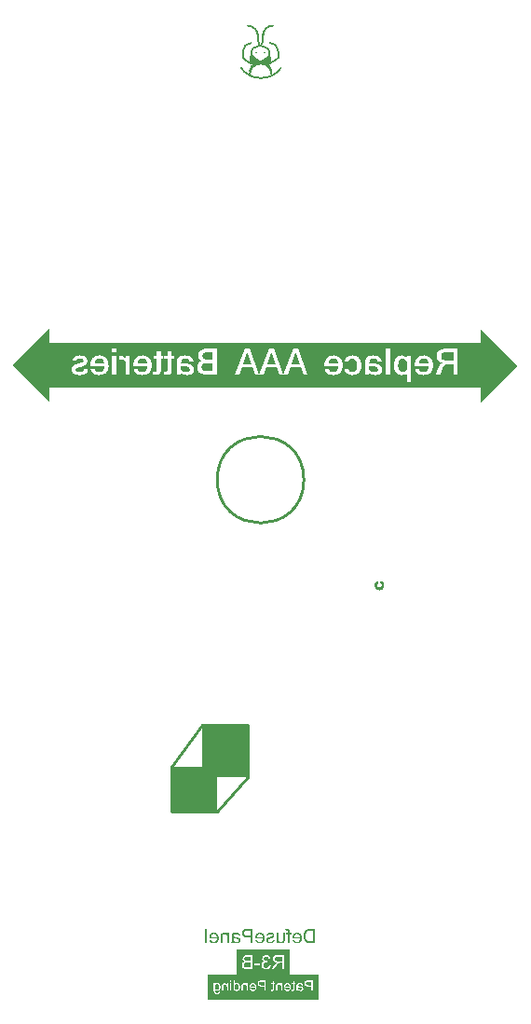
<source format=gbo>
%FSAX24Y24*%
%MOIN*%
G70*
G01*
G75*
G04 Layer_Color=32896*
G04:AMPARAMS|DCode=10|XSize=24mil|YSize=59.1mil|CornerRadius=0.6mil|HoleSize=0mil|Usage=FLASHONLY|Rotation=90.000|XOffset=0mil|YOffset=0mil|HoleType=Round|Shape=RoundedRectangle|*
%AMROUNDEDRECTD10*
21,1,0.0240,0.0579,0,0,90.0*
21,1,0.0228,0.0591,0,0,90.0*
1,1,0.0012,0.0289,0.0114*
1,1,0.0012,0.0289,-0.0114*
1,1,0.0012,-0.0289,-0.0114*
1,1,0.0012,-0.0289,0.0114*
%
%ADD10ROUNDEDRECTD10*%
G04:AMPARAMS|DCode=11|XSize=24mil|YSize=59.1mil|CornerRadius=0.6mil|HoleSize=0mil|Usage=FLASHONLY|Rotation=0.000|XOffset=0mil|YOffset=0mil|HoleType=Round|Shape=RoundedRectangle|*
%AMROUNDEDRECTD11*
21,1,0.0240,0.0579,0,0,0.0*
21,1,0.0228,0.0591,0,0,0.0*
1,1,0.0012,0.0114,-0.0289*
1,1,0.0012,-0.0114,-0.0289*
1,1,0.0012,-0.0114,0.0289*
1,1,0.0012,0.0114,0.0289*
%
%ADD11ROUNDEDRECTD11*%
%ADD12R,0.2362X0.1969*%
%ADD13R,0.0276X0.0512*%
G04:AMPARAMS|DCode=14|XSize=21.7mil|YSize=68.9mil|CornerRadius=0mil|HoleSize=0mil|Usage=FLASHONLY|Rotation=45.000|XOffset=0mil|YOffset=0mil|HoleType=Round|Shape=Round|*
%AMOVALD14*
21,1,0.0472,0.0217,0.0000,0.0000,135.0*
1,1,0.0217,0.0167,-0.0167*
1,1,0.0217,-0.0167,0.0167*
%
%ADD14OVALD14*%

G04:AMPARAMS|DCode=15|XSize=21.7mil|YSize=68.9mil|CornerRadius=0mil|HoleSize=0mil|Usage=FLASHONLY|Rotation=135.000|XOffset=0mil|YOffset=0mil|HoleType=Round|Shape=Round|*
%AMOVALD15*
21,1,0.0472,0.0217,0.0000,0.0000,225.0*
1,1,0.0217,0.0167,0.0167*
1,1,0.0217,-0.0167,-0.0167*
%
%ADD15OVALD15*%

G04:AMPARAMS|DCode=16|XSize=70.9mil|YSize=63mil|CornerRadius=0mil|HoleSize=0mil|Usage=FLASHONLY|Rotation=225.000|XOffset=0mil|YOffset=0mil|HoleType=Round|Shape=Rectangle|*
%AMROTATEDRECTD16*
4,1,4,0.0028,0.0473,0.0473,0.0028,-0.0028,-0.0473,-0.0473,-0.0028,0.0028,0.0473,0.0*
%
%ADD16ROTATEDRECTD16*%

%ADD17R,0.0709X0.0630*%
%ADD18R,0.0512X0.0591*%
%ADD19C,0.0079*%
%ADD20R,0.0394X0.0394*%
%ADD21C,0.0591*%
%ADD22R,0.0591X0.0591*%
%ADD23C,0.1250*%
%ADD24C,0.0961*%
%ADD25C,0.0394*%
%ADD26C,0.2559*%
%ADD27R,0.0984X0.0591*%
%ADD28C,0.0100*%
%ADD29C,0.0236*%
%ADD30C,0.0098*%
%ADD31C,0.0050*%
%ADD32R,0.1575X0.1575*%
G04:AMPARAMS|DCode=33|XSize=32mil|YSize=67.1mil|CornerRadius=4.6mil|HoleSize=0mil|Usage=FLASHONLY|Rotation=90.000|XOffset=0mil|YOffset=0mil|HoleType=Round|Shape=RoundedRectangle|*
%AMROUNDEDRECTD33*
21,1,0.0320,0.0579,0,0,90.0*
21,1,0.0228,0.0671,0,0,90.0*
1,1,0.0092,0.0289,0.0114*
1,1,0.0092,0.0289,-0.0114*
1,1,0.0092,-0.0289,-0.0114*
1,1,0.0092,-0.0289,0.0114*
%
%ADD33ROUNDEDRECTD33*%
G04:AMPARAMS|DCode=34|XSize=32mil|YSize=67.1mil|CornerRadius=4.6mil|HoleSize=0mil|Usage=FLASHONLY|Rotation=0.000|XOffset=0mil|YOffset=0mil|HoleType=Round|Shape=RoundedRectangle|*
%AMROUNDEDRECTD34*
21,1,0.0320,0.0579,0,0,0.0*
21,1,0.0228,0.0671,0,0,0.0*
1,1,0.0092,0.0114,-0.0289*
1,1,0.0092,-0.0114,-0.0289*
1,1,0.0092,-0.0114,0.0289*
1,1,0.0092,0.0114,0.0289*
%
%ADD34ROUNDEDRECTD34*%
%ADD35R,0.2442X0.2049*%
%ADD36R,0.0356X0.0592*%
G04:AMPARAMS|DCode=37|XSize=37.4mil|YSize=84.6mil|CornerRadius=0mil|HoleSize=0mil|Usage=FLASHONLY|Rotation=45.000|XOffset=0mil|YOffset=0mil|HoleType=Round|Shape=Round|*
%AMOVALD37*
21,1,0.0472,0.0374,0.0000,0.0000,135.0*
1,1,0.0374,0.0167,-0.0167*
1,1,0.0374,-0.0167,0.0167*
%
%ADD37OVALD37*%

G04:AMPARAMS|DCode=38|XSize=37.4mil|YSize=84.6mil|CornerRadius=0mil|HoleSize=0mil|Usage=FLASHONLY|Rotation=135.000|XOffset=0mil|YOffset=0mil|HoleType=Round|Shape=Round|*
%AMOVALD38*
21,1,0.0472,0.0374,0.0000,0.0000,225.0*
1,1,0.0374,0.0167,0.0167*
1,1,0.0374,-0.0167,-0.0167*
%
%ADD38OVALD38*%

G04:AMPARAMS|DCode=39|XSize=78.9mil|YSize=71mil|CornerRadius=0mil|HoleSize=0mil|Usage=FLASHONLY|Rotation=225.000|XOffset=0mil|YOffset=0mil|HoleType=Round|Shape=Rectangle|*
%AMROTATEDRECTD39*
4,1,4,0.0028,0.0530,0.0530,0.0028,-0.0028,-0.0530,-0.0530,-0.0028,0.0028,0.0530,0.0*
%
%ADD39ROTATEDRECTD39*%

%ADD40R,0.0789X0.0710*%
%ADD41R,0.0592X0.0671*%
%ADD42C,0.0671*%
%ADD43R,0.0671X0.0671*%
%ADD44C,0.1330*%
%ADD45C,0.1041*%
%ADD46C,0.2639*%
%ADD47R,0.1064X0.0671*%
%ADD48R,0.1604X0.1870*%
%ADD49R,0.1634X0.1624*%
G36*
X033750Y014823D02*
X033568D01*
X033552Y014824D01*
X033536Y014824D01*
X033523Y014826D01*
X033511Y014827D01*
X033501Y014829D01*
X033493Y014829D01*
X033491Y014830D01*
X033489Y014831D01*
X033488D01*
X033474Y014835D01*
X033463Y014839D01*
X033453Y014843D01*
X033444Y014847D01*
X033437Y014851D01*
X033431Y014853D01*
X033429Y014856D01*
X033427Y014856D01*
X033418Y014863D01*
X033410Y014871D01*
X033402Y014878D01*
X033395Y014886D01*
X033389Y014892D01*
X033385Y014897D01*
X033382Y014901D01*
X033381Y014902D01*
X033374Y014914D01*
X033367Y014926D01*
X033361Y014938D01*
X033356Y014950D01*
X033352Y014960D01*
X033349Y014968D01*
X033348Y014971D01*
X033348Y014973D01*
X033347Y014974D01*
Y014975D01*
X033342Y014993D01*
X033339Y015010D01*
X033337Y015027D01*
X033334Y015043D01*
X033334Y015057D01*
Y015063D01*
X033333Y015068D01*
Y015071D01*
Y015075D01*
Y015077D01*
Y015077D01*
X033334Y015102D01*
X033336Y015125D01*
X033340Y015145D01*
X033341Y015155D01*
X033343Y015163D01*
X033345Y015171D01*
X033347Y015177D01*
X033348Y015183D01*
X033351Y015188D01*
X033351Y015192D01*
X033353Y015195D01*
X033353Y015197D01*
Y015198D01*
X033361Y015216D01*
X033371Y015233D01*
X033381Y015248D01*
X033391Y015260D01*
X033399Y015270D01*
X033407Y015278D01*
X033410Y015280D01*
X033412Y015282D01*
X033412Y015283D01*
X033413Y015284D01*
X033425Y015293D01*
X033437Y015300D01*
X033450Y015307D01*
X033461Y015312D01*
X033472Y015316D01*
X033480Y015318D01*
X033482Y015319D01*
X033485D01*
X033486Y015320D01*
X033487D01*
X033499Y015322D01*
X033514Y015324D01*
X033528Y015326D01*
X033543Y015327D01*
X033556Y015327D01*
X033750D01*
Y014823D01*
D02*
G37*
G36*
X032756Y015335D02*
X032768Y015334D01*
X032779Y015331D01*
X032788Y015329D01*
X032795Y015326D01*
X032800Y015323D01*
X032804Y015321D01*
X032804Y015321D01*
X032813Y015315D01*
X032819Y015308D01*
X032824Y015302D01*
X032829Y015296D01*
X032832Y015291D01*
X032834Y015286D01*
X032835Y015283D01*
X032836Y015282D01*
X032838Y015275D01*
X032839Y015266D01*
X032841Y015257D01*
X032842Y015248D01*
Y015240D01*
X032842Y015233D01*
Y015229D01*
Y015228D01*
Y015227D01*
Y015189D01*
X032897D01*
Y015141D01*
X032842D01*
Y014823D01*
X032780D01*
Y015141D01*
X032710D01*
Y015189D01*
X032780D01*
Y015222D01*
X032780Y015234D01*
X032778Y015243D01*
X032777Y015251D01*
X032775Y015257D01*
X032772Y015262D01*
X032770Y015265D01*
X032769Y015266D01*
X032769Y015267D01*
X032764Y015271D01*
X032758Y015274D01*
X032751Y015276D01*
X032745Y015278D01*
X032739Y015278D01*
X032734Y015279D01*
X032729D01*
X032716Y015278D01*
X032710Y015278D01*
X032705D01*
X032700Y015277D01*
X032696Y015276D01*
X032694Y015276D01*
X032693D01*
X032683Y015329D01*
X032695Y015332D01*
X032705Y015333D01*
X032716Y015335D01*
X032724Y015335D01*
X032731Y015336D01*
X032741D01*
X032756Y015335D01*
D02*
G37*
G36*
X031780Y015196D02*
X031793Y015195D01*
X031806Y015192D01*
X031817Y015189D01*
X031828Y015185D01*
X031839Y015181D01*
X031848Y015176D01*
X031856Y015171D01*
X031864Y015167D01*
X031871Y015162D01*
X031876Y015157D01*
X031881Y015154D01*
X031884Y015150D01*
X031887Y015148D01*
X031889Y015147D01*
X031890Y015146D01*
X031898Y015136D01*
X031905Y015125D01*
X031911Y015114D01*
X031917Y015102D01*
X031922Y015090D01*
X031925Y015078D01*
X031931Y015055D01*
X031933Y015044D01*
X031935Y015034D01*
X031936Y015026D01*
X031936Y015017D01*
X031937Y015011D01*
Y015007D01*
Y015003D01*
Y015002D01*
X031936Y014986D01*
X031935Y014971D01*
X031933Y014956D01*
X031930Y014943D01*
X031926Y014931D01*
X031922Y014919D01*
X031918Y014909D01*
X031914Y014899D01*
X031909Y014891D01*
X031905Y014884D01*
X031901Y014878D01*
X031898Y014873D01*
X031895Y014869D01*
X031893Y014866D01*
X031891Y014864D01*
X031890Y014864D01*
X031881Y014855D01*
X031871Y014848D01*
X031861Y014841D01*
X031850Y014835D01*
X031840Y014831D01*
X031829Y014826D01*
X031809Y014821D01*
X031799Y014819D01*
X031790Y014818D01*
X031782Y014816D01*
X031776Y014816D01*
X031771Y014815D01*
X031763D01*
X031740Y014816D01*
X031720Y014820D01*
X031702Y014824D01*
X031694Y014827D01*
X031687Y014830D01*
X031680Y014833D01*
X031675Y014836D01*
X031670Y014838D01*
X031666Y014840D01*
X031663Y014843D01*
X031661Y014844D01*
X031659Y014845D01*
X031658D01*
X031644Y014859D01*
X031632Y014872D01*
X031622Y014887D01*
X031615Y014901D01*
X031609Y014913D01*
X031607Y014919D01*
X031605Y014923D01*
X031603Y014928D01*
X031602Y014931D01*
X031602Y014932D01*
Y014933D01*
X031666Y014941D01*
X031672Y014927D01*
X031678Y014915D01*
X031685Y014905D01*
X031691Y014897D01*
X031696Y014891D01*
X031700Y014887D01*
X031704Y014884D01*
X031704Y014883D01*
X031714Y014878D01*
X031723Y014873D01*
X031734Y014870D01*
X031742Y014868D01*
X031750Y014867D01*
X031757Y014866D01*
X031763D01*
X031771Y014867D01*
X031780Y014867D01*
X031794Y014871D01*
X031807Y014876D01*
X031819Y014882D01*
X031828Y014887D01*
X031834Y014892D01*
X031839Y014896D01*
X031839Y014897D01*
X031840D01*
X031850Y014910D01*
X031858Y014925D01*
X031864Y014941D01*
X031868Y014956D01*
X031871Y014969D01*
X031872Y014974D01*
X031873Y014980D01*
Y014984D01*
X031874Y014987D01*
Y014989D01*
Y014990D01*
X031600D01*
X031599Y014997D01*
Y015002D01*
Y015005D01*
Y015006D01*
X031600Y015023D01*
X031602Y015038D01*
X031604Y015052D01*
X031607Y015066D01*
X031610Y015079D01*
X031614Y015090D01*
X031618Y015101D01*
X031623Y015110D01*
X031627Y015119D01*
X031632Y015126D01*
X031635Y015132D01*
X031639Y015137D01*
X031642Y015141D01*
X031644Y015144D01*
X031645Y015146D01*
X031646Y015147D01*
X031655Y015155D01*
X031664Y015163D01*
X031675Y015170D01*
X031685Y015176D01*
X031695Y015181D01*
X031704Y015184D01*
X031715Y015188D01*
X031723Y015190D01*
X031733Y015192D01*
X031741Y015194D01*
X031748Y015195D01*
X031754Y015196D01*
X031759Y015197D01*
X031766D01*
X031780Y015196D01*
D02*
G37*
G36*
X030133D02*
X030147Y015195D01*
X030159Y015192D01*
X030171Y015189D01*
X030182Y015185D01*
X030192Y015181D01*
X030201Y015176D01*
X030209Y015171D01*
X030217Y015167D01*
X030224Y015162D01*
X030230Y015157D01*
X030234Y015154D01*
X030238Y015150D01*
X030241Y015148D01*
X030242Y015147D01*
X030243Y015146D01*
X030251Y015136D01*
X030258Y015125D01*
X030265Y015114D01*
X030270Y015102D01*
X030275Y015090D01*
X030278Y015078D01*
X030284Y015055D01*
X030287Y015044D01*
X030288Y015034D01*
X030289Y015026D01*
X030289Y015017D01*
X030290Y015011D01*
Y015007D01*
Y015003D01*
Y015002D01*
X030289Y014986D01*
X030288Y014971D01*
X030286Y014956D01*
X030283Y014943D01*
X030279Y014931D01*
X030276Y014919D01*
X030271Y014909D01*
X030267Y014899D01*
X030262Y014891D01*
X030258Y014884D01*
X030254Y014878D01*
X030251Y014873D01*
X030248Y014869D01*
X030246Y014866D01*
X030244Y014864D01*
X030244Y014864D01*
X030234Y014855D01*
X030225Y014848D01*
X030214Y014841D01*
X030203Y014835D01*
X030193Y014831D01*
X030182Y014826D01*
X030162Y014821D01*
X030152Y014819D01*
X030144Y014818D01*
X030136Y014816D01*
X030129Y014816D01*
X030124Y014815D01*
X030116D01*
X030093Y014816D01*
X030073Y014820D01*
X030055Y014824D01*
X030047Y014827D01*
X030040Y014830D01*
X030034Y014833D01*
X030028Y014836D01*
X030023Y014838D01*
X030019Y014840D01*
X030016Y014843D01*
X030014Y014844D01*
X030012Y014845D01*
X030012D01*
X029997Y014859D01*
X029985Y014872D01*
X029975Y014887D01*
X029968Y014901D01*
X029962Y014913D01*
X029960Y014919D01*
X029958Y014923D01*
X029956Y014928D01*
X029956Y014931D01*
X029955Y014932D01*
Y014933D01*
X030019Y014941D01*
X030025Y014927D01*
X030031Y014915D01*
X030038Y014905D01*
X030044Y014897D01*
X030049Y014891D01*
X030053Y014887D01*
X030057Y014884D01*
X030058Y014883D01*
X030067Y014878D01*
X030077Y014873D01*
X030087Y014870D01*
X030096Y014868D01*
X030104Y014867D01*
X030110Y014866D01*
X030116D01*
X030125Y014867D01*
X030133Y014867D01*
X030147Y014871D01*
X030160Y014876D01*
X030172Y014882D01*
X030181Y014887D01*
X030187Y014892D01*
X030192Y014896D01*
X030192Y014897D01*
X030193D01*
X030203Y014910D01*
X030211Y014925D01*
X030217Y014941D01*
X030222Y014956D01*
X030224Y014969D01*
X030225Y014974D01*
X030226Y014980D01*
Y014984D01*
X030227Y014987D01*
Y014989D01*
Y014990D01*
X029953D01*
X029953Y014997D01*
Y015002D01*
Y015005D01*
Y015006D01*
X029953Y015023D01*
X029955Y015038D01*
X029957Y015052D01*
X029960Y015066D01*
X029964Y015079D01*
X029967Y015090D01*
X029972Y015101D01*
X029976Y015110D01*
X029980Y015119D01*
X029985Y015126D01*
X029988Y015132D01*
X029992Y015137D01*
X029995Y015141D01*
X029997Y015144D01*
X029999Y015146D01*
X029999Y015147D01*
X030008Y015155D01*
X030018Y015163D01*
X030028Y015170D01*
X030038Y015176D01*
X030048Y015181D01*
X030058Y015184D01*
X030068Y015188D01*
X030077Y015190D01*
X030086Y015192D01*
X030094Y015194D01*
X030101Y015195D01*
X030107Y015196D01*
X030112Y015197D01*
X030120D01*
X030133Y015196D01*
D02*
G37*
G36*
X029878Y014823D02*
X029816D01*
Y015327D01*
X029878D01*
Y014823D01*
D02*
G37*
G36*
X032170Y015195D02*
X032178Y015195D01*
X032186Y015193D01*
X032193Y015192D01*
X032198Y015190D01*
X032201Y015190D01*
X032202Y015189D01*
X032211Y015186D01*
X032219Y015183D01*
X032226Y015180D01*
X032231Y015177D01*
X032236Y015175D01*
X032239Y015173D01*
X032241Y015172D01*
X032242Y015171D01*
X032249Y015166D01*
X032255Y015160D01*
X032260Y015154D01*
X032264Y015149D01*
X032268Y015144D01*
X032270Y015140D01*
X032272Y015137D01*
X032272Y015136D01*
X032276Y015128D01*
X032279Y015121D01*
X032280Y015113D01*
X032282Y015106D01*
X032283Y015100D01*
X032283Y015095D01*
Y015093D01*
Y015091D01*
X032283Y015081D01*
X032281Y015072D01*
X032279Y015063D01*
X032277Y015056D01*
X032274Y015050D01*
X032272Y015045D01*
X032271Y015042D01*
X032270Y015042D01*
X032264Y015034D01*
X032258Y015027D01*
X032251Y015021D01*
X032245Y015016D01*
X032239Y015012D01*
X032234Y015009D01*
X032231Y015008D01*
X032230Y015007D01*
X032225Y015005D01*
X032218Y015002D01*
X032204Y014997D01*
X032188Y014993D01*
X032172Y014988D01*
X032159Y014984D01*
X032152Y014982D01*
X032146Y014980D01*
X032142Y014979D01*
X032138Y014978D01*
X032136Y014977D01*
X032135D01*
X032126Y014975D01*
X032118Y014973D01*
X032110Y014971D01*
X032104Y014969D01*
X032098Y014967D01*
X032093Y014965D01*
X032084Y014962D01*
X032078Y014960D01*
X032075Y014958D01*
X032073Y014957D01*
X032072Y014956D01*
X032065Y014952D01*
X032061Y014946D01*
X032057Y014941D01*
X032055Y014936D01*
X032054Y014931D01*
X032053Y014927D01*
Y014924D01*
Y014923D01*
X032054Y014915D01*
X032056Y014907D01*
X032059Y014900D01*
X032063Y014894D01*
X032067Y014889D01*
X032070Y014886D01*
X032073Y014883D01*
X032074Y014883D01*
X032083Y014877D01*
X032092Y014873D01*
X032103Y014870D01*
X032113Y014868D01*
X032123Y014867D01*
X032130Y014866D01*
X032137D01*
X032153Y014867D01*
X032166Y014869D01*
X032177Y014872D01*
X032186Y014875D01*
X032194Y014879D01*
X032199Y014882D01*
X032202Y014884D01*
X032204Y014885D01*
X032212Y014893D01*
X032218Y014902D01*
X032223Y014912D01*
X032226Y014921D01*
X032229Y014929D01*
X032231Y014936D01*
X032232Y014940D01*
Y014941D01*
Y014942D01*
X032293Y014932D01*
X032288Y014912D01*
X032282Y014894D01*
X032274Y014879D01*
X032266Y014867D01*
X032258Y014856D01*
X032252Y014850D01*
X032248Y014845D01*
X032247Y014845D01*
X032246Y014844D01*
X032239Y014839D01*
X032231Y014835D01*
X032213Y014827D01*
X032195Y014822D01*
X032178Y014818D01*
X032170Y014817D01*
X032162Y014816D01*
X032155Y014816D01*
X032149D01*
X032144Y014815D01*
X032137D01*
X032121Y014816D01*
X032108Y014817D01*
X032094Y014819D01*
X032083Y014822D01*
X032073Y014825D01*
X032066Y014827D01*
X032062Y014829D01*
X032061Y014829D01*
X032060D01*
X032048Y014836D01*
X032038Y014843D01*
X032029Y014850D01*
X032021Y014856D01*
X032015Y014862D01*
X032011Y014867D01*
X032008Y014870D01*
X032008Y014872D01*
X032002Y014882D01*
X031997Y014893D01*
X031994Y014902D01*
X031992Y014911D01*
X031990Y014919D01*
X031989Y014925D01*
Y014929D01*
Y014930D01*
X031990Y014942D01*
X031992Y014952D01*
X031995Y014961D01*
X031997Y014969D01*
X032000Y014975D01*
X032003Y014980D01*
X032004Y014982D01*
X032005Y014983D01*
X032011Y014991D01*
X032017Y014997D01*
X032024Y015003D01*
X032030Y015007D01*
X032037Y015011D01*
X032041Y015013D01*
X032044Y015015D01*
X032046Y015015D01*
X032051Y015017D01*
X032057Y015020D01*
X032070Y015025D01*
X032086Y015030D01*
X032101Y015034D01*
X032115Y015039D01*
X032121Y015040D01*
X032127Y015042D01*
X032131Y015043D01*
X032135Y015044D01*
X032137Y015044D01*
X032137D01*
X032145Y015047D01*
X032153Y015049D01*
X032159Y015050D01*
X032165Y015052D01*
X032175Y015055D01*
X032182Y015057D01*
X032187Y015059D01*
X032190Y015060D01*
X032191Y015060D01*
X032192D01*
X032198Y015063D01*
X032203Y015066D01*
X032207Y015069D01*
X032210Y015071D01*
X032213Y015073D01*
X032215Y015075D01*
X032215Y015076D01*
X032216Y015077D01*
X032221Y015084D01*
X032223Y015091D01*
Y015094D01*
X032223Y015096D01*
Y015098D01*
Y015098D01*
X032223Y015105D01*
X032221Y015112D01*
X032218Y015117D01*
X032214Y015122D01*
X032211Y015126D01*
X032208Y015129D01*
X032206Y015130D01*
X032205Y015131D01*
X032197Y015136D01*
X032188Y015140D01*
X032178Y015142D01*
X032168Y015144D01*
X032159Y015145D01*
X032151Y015146D01*
X032144D01*
X032132Y015145D01*
X032120Y015144D01*
X032110Y015141D01*
X032103Y015138D01*
X032097Y015135D01*
X032092Y015132D01*
X032089Y015130D01*
X032089Y015130D01*
X032081Y015123D01*
X032076Y015116D01*
X032072Y015109D01*
X032068Y015102D01*
X032066Y015095D01*
X032065Y015090D01*
X032064Y015087D01*
Y015086D01*
X032003Y015094D01*
X032006Y015106D01*
X032009Y015117D01*
X032013Y015127D01*
X032016Y015136D01*
X032020Y015141D01*
X032023Y015147D01*
X032024Y015149D01*
X032025Y015150D01*
X032032Y015157D01*
X032039Y015164D01*
X032047Y015170D01*
X032055Y015175D01*
X032062Y015179D01*
X032068Y015181D01*
X032072Y015183D01*
X032073Y015184D01*
X032073D01*
X032086Y015188D01*
X032099Y015191D01*
X032111Y015194D01*
X032123Y015195D01*
X032134Y015196D01*
X032142Y015197D01*
X032159D01*
X032170Y015195D01*
D02*
G37*
G36*
X031516Y014823D02*
X031449D01*
Y015028D01*
X031320D01*
X031301Y015028D01*
X031282Y015030D01*
X031266Y015032D01*
X031252Y015035D01*
X031238Y015038D01*
X031226Y015042D01*
X031215Y015046D01*
X031206Y015050D01*
X031198Y015054D01*
X031190Y015058D01*
X031185Y015062D01*
X031180Y015066D01*
X031177Y015068D01*
X031174Y015070D01*
X031173Y015071D01*
X031172Y015072D01*
X031165Y015081D01*
X031158Y015090D01*
X031153Y015098D01*
X031148Y015108D01*
X031144Y015117D01*
X031141Y015126D01*
X031136Y015143D01*
X031134Y015151D01*
X031133Y015158D01*
X031132Y015165D01*
X031131Y015170D01*
X031131Y015175D01*
Y015178D01*
Y015180D01*
Y015181D01*
X031131Y015195D01*
X031133Y015208D01*
X031136Y015219D01*
X031138Y015230D01*
X031141Y015238D01*
X031144Y015245D01*
X031145Y015249D01*
X031146Y015250D01*
X031152Y015261D01*
X031159Y015270D01*
X031166Y015279D01*
X031172Y015286D01*
X031178Y015291D01*
X031182Y015295D01*
X031185Y015297D01*
X031187Y015298D01*
X031196Y015304D01*
X031207Y015309D01*
X031217Y015313D01*
X031227Y015317D01*
X031236Y015319D01*
X031242Y015321D01*
X031247Y015322D01*
X031249D01*
X031260Y015324D01*
X031272Y015325D01*
X031285Y015326D01*
X031298Y015327D01*
X031309Y015327D01*
X031516D01*
Y014823D01*
D02*
G37*
G36*
X030504Y015196D02*
X030517Y015194D01*
X030529Y015191D01*
X030540Y015187D01*
X030550Y015183D01*
X030560Y015178D01*
X030569Y015172D01*
X030576Y015167D01*
X030583Y015161D01*
X030589Y015155D01*
X030594Y015150D01*
X030599Y015146D01*
X030601Y015142D01*
X030604Y015139D01*
X030605Y015137D01*
X030606Y015136D01*
Y015189D01*
X030661D01*
Y014823D01*
X030599D01*
Y015022D01*
Y015034D01*
X030598Y015047D01*
X030596Y015057D01*
X030595Y015066D01*
X030593Y015075D01*
X030591Y015083D01*
X030588Y015090D01*
X030585Y015096D01*
X030582Y015101D01*
X030580Y015106D01*
X030577Y015109D01*
X030575Y015112D01*
X030572Y015116D01*
X030571Y015117D01*
X030560Y015126D01*
X030548Y015132D01*
X030537Y015136D01*
X030526Y015140D01*
X030517Y015141D01*
X030510Y015142D01*
X030507Y015143D01*
X030503D01*
X030494Y015142D01*
X030486Y015141D01*
X030478Y015139D01*
X030472Y015137D01*
X030467Y015135D01*
X030463Y015133D01*
X030461Y015132D01*
X030460Y015131D01*
X030453Y015127D01*
X030448Y015122D01*
X030443Y015117D01*
X030440Y015112D01*
X030437Y015108D01*
X030435Y015104D01*
X030434Y015102D01*
Y015101D01*
X030432Y015093D01*
X030429Y015085D01*
X030428Y015075D01*
X030427Y015066D01*
X030426Y015058D01*
Y015051D01*
Y015046D01*
Y015045D01*
Y015044D01*
Y014823D01*
X030365D01*
Y015047D01*
Y015063D01*
X030365Y015075D01*
X030366Y015085D01*
Y015094D01*
X030367Y015100D01*
X030367Y015104D01*
X030368Y015107D01*
Y015108D01*
X030370Y015117D01*
X030374Y015126D01*
X030377Y015133D01*
X030380Y015141D01*
X030383Y015146D01*
X030386Y015149D01*
X030387Y015152D01*
X030388Y015153D01*
X030394Y015160D01*
X030400Y015166D01*
X030407Y015172D01*
X030414Y015176D01*
X030420Y015180D01*
X030425Y015182D01*
X030428Y015184D01*
X030429Y015184D01*
X030440Y015189D01*
X030451Y015192D01*
X030461Y015194D01*
X030470Y015195D01*
X030478Y015196D01*
X030484Y015197D01*
X030490D01*
X030504Y015196D01*
D02*
G37*
G36*
X033114D02*
X033127Y015195D01*
X033139Y015192D01*
X033151Y015189D01*
X033162Y015185D01*
X033172Y015181D01*
X033181Y015176D01*
X033189Y015171D01*
X033197Y015167D01*
X033204Y015162D01*
X033210Y015157D01*
X033214Y015154D01*
X033218Y015150D01*
X033221Y015148D01*
X033222Y015147D01*
X033223Y015146D01*
X033231Y015136D01*
X033238Y015125D01*
X033245Y015114D01*
X033251Y015102D01*
X033255Y015090D01*
X033259Y015078D01*
X033264Y015055D01*
X033267Y015044D01*
X033268Y015034D01*
X033269Y015026D01*
X033270Y015017D01*
X033270Y015011D01*
Y015007D01*
Y015003D01*
Y015002D01*
X033270Y014986D01*
X033268Y014971D01*
X033266Y014956D01*
X033263Y014943D01*
X033259Y014931D01*
X033256Y014919D01*
X033251Y014909D01*
X033247Y014899D01*
X033243Y014891D01*
X033238Y014884D01*
X033235Y014878D01*
X033231Y014873D01*
X033228Y014869D01*
X033226Y014866D01*
X033224Y014864D01*
X033224Y014864D01*
X033214Y014855D01*
X033205Y014848D01*
X033194Y014841D01*
X033184Y014835D01*
X033173Y014831D01*
X033162Y014826D01*
X033142Y014821D01*
X033133Y014819D01*
X033124Y014818D01*
X033116Y014816D01*
X033109Y014816D01*
X033104Y014815D01*
X033096D01*
X033073Y014816D01*
X033053Y014820D01*
X033035Y014824D01*
X033028Y014827D01*
X033020Y014830D01*
X033014Y014833D01*
X033008Y014836D01*
X033003Y014838D01*
X032999Y014840D01*
X032996Y014843D01*
X032994Y014844D01*
X032993Y014845D01*
X032992D01*
X032977Y014859D01*
X032966Y014872D01*
X032955Y014887D01*
X032948Y014901D01*
X032942Y014913D01*
X032940Y014919D01*
X032938Y014923D01*
X032936Y014928D01*
X032936Y014931D01*
X032935Y014932D01*
Y014933D01*
X032999Y014941D01*
X033005Y014927D01*
X033012Y014915D01*
X033018Y014905D01*
X033024Y014897D01*
X033029Y014891D01*
X033033Y014887D01*
X033037Y014884D01*
X033038Y014883D01*
X033047Y014878D01*
X033057Y014873D01*
X033067Y014870D01*
X033076Y014868D01*
X033084Y014867D01*
X033090Y014866D01*
X033096D01*
X033105Y014867D01*
X033113Y014867D01*
X033127Y014871D01*
X033141Y014876D01*
X033152Y014882D01*
X033161Y014887D01*
X033168Y014892D01*
X033172Y014896D01*
X033173Y014897D01*
X033173D01*
X033184Y014910D01*
X033192Y014925D01*
X033197Y014941D01*
X033202Y014956D01*
X033204Y014969D01*
X033205Y014974D01*
X033206Y014980D01*
Y014984D01*
X033207Y014987D01*
Y014989D01*
Y014990D01*
X032934D01*
X032933Y014997D01*
Y015002D01*
Y015005D01*
Y015006D01*
X032934Y015023D01*
X032935Y015038D01*
X032937Y015052D01*
X032940Y015066D01*
X032944Y015079D01*
X032947Y015090D01*
X032952Y015101D01*
X032956Y015110D01*
X032960Y015119D01*
X032965Y015126D01*
X032969Y015132D01*
X032972Y015137D01*
X032975Y015141D01*
X032977Y015144D01*
X032979Y015146D01*
X032979Y015147D01*
X032988Y015155D01*
X032998Y015163D01*
X033008Y015170D01*
X033018Y015176D01*
X033028Y015181D01*
X033038Y015184D01*
X033048Y015188D01*
X033057Y015190D01*
X033066Y015192D01*
X033074Y015194D01*
X033082Y015195D01*
X033087Y015196D01*
X033092Y015197D01*
X033100D01*
X033114Y015196D01*
D02*
G37*
G36*
X030916D02*
X030932Y015195D01*
X030946Y015192D01*
X030958Y015190D01*
X030968Y015188D01*
X030975Y015186D01*
X030978Y015185D01*
X030981Y015184D01*
X030981Y015184D01*
X030982D01*
X030994Y015179D01*
X031005Y015172D01*
X031015Y015166D01*
X031023Y015160D01*
X031029Y015155D01*
X031033Y015150D01*
X031036Y015147D01*
X031037Y015147D01*
X031043Y015137D01*
X031049Y015127D01*
X031053Y015117D01*
X031057Y015107D01*
X031060Y015098D01*
X031062Y015091D01*
X031063Y015088D01*
Y015086D01*
X031064Y015085D01*
Y015085D01*
X031003Y015077D01*
X030999Y015090D01*
X030994Y015101D01*
X030989Y015111D01*
X030985Y015118D01*
X030981Y015124D01*
X030977Y015128D01*
X030974Y015130D01*
X030973Y015130D01*
X030964Y015136D01*
X030954Y015139D01*
X030943Y015142D01*
X030933Y015144D01*
X030923Y015145D01*
X030916Y015146D01*
X030908D01*
X030892Y015145D01*
X030877Y015143D01*
X030865Y015139D01*
X030855Y015136D01*
X030848Y015131D01*
X030842Y015128D01*
X030838Y015125D01*
X030838Y015125D01*
X030832Y015118D01*
X030827Y015110D01*
X030824Y015101D01*
X030822Y015093D01*
X030820Y015085D01*
X030819Y015077D01*
Y015073D01*
Y015072D01*
Y015071D01*
Y015070D01*
Y015067D01*
Y015062D01*
X030820Y015058D01*
Y015056D01*
Y015055D01*
X030827Y015053D01*
X030835Y015051D01*
X030852Y015047D01*
X030871Y015043D01*
X030889Y015039D01*
X030897Y015038D01*
X030905Y015037D01*
X030913Y015036D01*
X030919Y015035D01*
X030924Y015034D01*
X030927D01*
X030930Y015034D01*
X030931D01*
X030944Y015032D01*
X030955Y015030D01*
X030964Y015028D01*
X030972Y015027D01*
X030978Y015026D01*
X030982Y015025D01*
X030985Y015024D01*
X030986D01*
X030995Y015021D01*
X031003Y015018D01*
X031011Y015015D01*
X031018Y015012D01*
X031024Y015009D01*
X031027Y015006D01*
X031030Y015004D01*
X031031Y015004D01*
X031038Y014999D01*
X031044Y014993D01*
X031050Y014987D01*
X031054Y014981D01*
X031058Y014976D01*
X031061Y014972D01*
X031062Y014969D01*
X031063Y014968D01*
X031067Y014960D01*
X031069Y014951D01*
X031072Y014943D01*
X031073Y014935D01*
X031074Y014929D01*
X031075Y014923D01*
Y014921D01*
Y014919D01*
X031074Y014910D01*
X031073Y014903D01*
X031069Y014888D01*
X031064Y014875D01*
X031059Y014864D01*
X031053Y014856D01*
X031048Y014849D01*
X031044Y014845D01*
X031042Y014844D01*
X031029Y014835D01*
X031015Y014827D01*
X030999Y014822D01*
X030984Y014818D01*
X030971Y014816D01*
X030965Y014816D01*
X030960D01*
X030956Y014815D01*
X030950D01*
X030937Y014816D01*
X030924Y014817D01*
X030912Y014818D01*
X030902Y014821D01*
X030894Y014823D01*
X030887Y014825D01*
X030883Y014826D01*
X030881Y014826D01*
X030869Y014832D01*
X030857Y014838D01*
X030846Y014845D01*
X030835Y014852D01*
X030827Y014859D01*
X030820Y014864D01*
X030816Y014867D01*
X030815Y014869D01*
X030814D01*
X030813Y014859D01*
X030811Y014851D01*
X030810Y014843D01*
X030808Y014836D01*
X030806Y014830D01*
X030804Y014826D01*
X030803Y014824D01*
X030803Y014823D01*
X030738D01*
X030741Y014831D01*
X030745Y014839D01*
X030748Y014846D01*
X030749Y014853D01*
X030752Y014859D01*
X030752Y014863D01*
X030753Y014866D01*
Y014867D01*
X030754Y014872D01*
X030755Y014878D01*
Y014886D01*
X030755Y014894D01*
X030756Y014912D01*
Y014930D01*
X030757Y014947D01*
Y014956D01*
Y014962D01*
Y014968D01*
Y014972D01*
Y014975D01*
Y014976D01*
Y015059D01*
Y015073D01*
X030757Y015085D01*
X030758Y015095D01*
Y015103D01*
X030759Y015109D01*
X030760Y015113D01*
X030760Y015115D01*
Y015116D01*
X030763Y015125D01*
X030765Y015133D01*
X030768Y015140D01*
X030772Y015147D01*
X030775Y015151D01*
X030777Y015155D01*
X030779Y015157D01*
X030779Y015157D01*
X030785Y015163D01*
X030792Y015169D01*
X030799Y015173D01*
X030806Y015178D01*
X030813Y015181D01*
X030818Y015183D01*
X030822Y015184D01*
X030823Y015185D01*
X030835Y015189D01*
X030847Y015192D01*
X030860Y015194D01*
X030872Y015195D01*
X030883Y015196D01*
X030891Y015197D01*
X030899D01*
X030916Y015196D01*
D02*
G37*
G36*
X024245Y036289D02*
X039685D01*
Y036796D01*
X041009Y035472D01*
X039685Y034149D01*
Y034699D01*
X024245D01*
Y034181D01*
X023726Y034699D01*
X023695D01*
Y034730D01*
X022921Y035504D01*
X023695Y036279D01*
Y036289D01*
X023705D01*
X024245Y036828D01*
Y036289D01*
D02*
G37*
G36*
X032662Y014962D02*
Y014948D01*
X032662Y014936D01*
X032661Y014926D01*
X032660Y014918D01*
Y014912D01*
X032659Y014907D01*
X032659Y014904D01*
Y014904D01*
X032657Y014894D01*
X032654Y014886D01*
X032651Y014878D01*
X032647Y014871D01*
X032644Y014865D01*
X032642Y014861D01*
X032640Y014859D01*
X032640Y014858D01*
X032634Y014851D01*
X032627Y014845D01*
X032621Y014840D01*
X032613Y014836D01*
X032608Y014832D01*
X032603Y014829D01*
X032600Y014828D01*
X032598Y014827D01*
X032587Y014823D01*
X032577Y014820D01*
X032567Y014818D01*
X032557Y014816D01*
X032549Y014816D01*
X032543Y014815D01*
X032538D01*
X032525Y014816D01*
X032511Y014818D01*
X032500Y014821D01*
X032488Y014824D01*
X032478Y014829D01*
X032468Y014835D01*
X032460Y014840D01*
X032452Y014845D01*
X032444Y014851D01*
X032439Y014856D01*
X032433Y014862D01*
X032429Y014867D01*
X032425Y014870D01*
X032423Y014873D01*
X032422Y014875D01*
X032421Y014876D01*
Y014823D01*
X032366D01*
Y015189D01*
X032428D01*
Y014993D01*
X032428Y014976D01*
X032429Y014961D01*
X032431Y014949D01*
X032433Y014939D01*
X032435Y014931D01*
X032436Y014925D01*
X032437Y014922D01*
X032438Y014921D01*
X032442Y014912D01*
X032447Y014904D01*
X032453Y014898D01*
X032459Y014892D01*
X032464Y014888D01*
X032468Y014885D01*
X032471Y014883D01*
X032473Y014882D01*
X032482Y014878D01*
X032492Y014874D01*
X032500Y014872D01*
X032509Y014869D01*
X032515Y014869D01*
X032520Y014868D01*
X032525D01*
X032535Y014869D01*
X032544Y014870D01*
X032552Y014872D01*
X032559Y014875D01*
X032565Y014878D01*
X032568Y014880D01*
X032571Y014881D01*
X032572Y014882D01*
X032578Y014888D01*
X032584Y014894D01*
X032588Y014900D01*
X032592Y014906D01*
X032594Y014912D01*
X032595Y014916D01*
X032597Y014919D01*
Y014920D01*
X032598Y014928D01*
X032599Y014937D01*
X032600Y014948D01*
Y014959D01*
X032600Y014969D01*
Y014977D01*
Y014981D01*
Y014983D01*
Y014985D01*
Y014985D01*
Y015189D01*
X032662D01*
Y014962D01*
D02*
G37*
G36*
X032838Y013688D02*
X033852D01*
Y012799D01*
X029916D01*
Y013688D01*
X030924D01*
Y014594D01*
X032838D01*
Y013688D01*
D02*
G37*
%LPC*%
G36*
X033103Y015146D02*
X033099D01*
X033090Y015145D01*
X033082Y015144D01*
X033067Y015140D01*
X033054Y015134D01*
X033043Y015128D01*
X033034Y015121D01*
X033028Y015115D01*
X033024Y015111D01*
X033022Y015110D01*
Y015109D01*
X033016Y015100D01*
X033010Y015089D01*
X033006Y015078D01*
X033003Y015066D01*
X033001Y015057D01*
X032999Y015048D01*
Y015045D01*
X032998Y015043D01*
Y015042D01*
Y015041D01*
X033203D01*
X033201Y015058D01*
X033197Y015073D01*
X033192Y015086D01*
X033186Y015096D01*
X033181Y015105D01*
X033176Y015112D01*
X033173Y015115D01*
X033171Y015117D01*
X033160Y015126D01*
X033148Y015133D01*
X033135Y015138D01*
X033124Y015142D01*
X033114Y015144D01*
X033106Y015145D01*
X033103Y015146D01*
D02*
G37*
G36*
X030820Y015007D02*
X030819D01*
X030820Y014983D01*
X030821Y014969D01*
X030822Y014956D01*
X030823Y014946D01*
X030825Y014937D01*
X030827Y014931D01*
X030829Y014926D01*
X030830Y014923D01*
X030830Y014922D01*
X030836Y014913D01*
X030842Y014904D01*
X030849Y014896D01*
X030856Y014891D01*
X030862Y014886D01*
X030867Y014882D01*
X030870Y014880D01*
X030871Y014879D01*
X030882Y014874D01*
X030893Y014870D01*
X030903Y014867D01*
X030913Y014866D01*
X030921Y014864D01*
X030929Y014864D01*
X030935D01*
X030948Y014864D01*
X030959Y014866D01*
X030968Y014869D01*
X030976Y014872D01*
X030982Y014875D01*
X030986Y014878D01*
X030989Y014879D01*
X030990Y014880D01*
X030996Y014886D01*
X031000Y014894D01*
X031004Y014900D01*
X031006Y014907D01*
X031007Y014913D01*
X031008Y014917D01*
Y014921D01*
Y014921D01*
X031007Y014927D01*
X031007Y014933D01*
X031005Y014937D01*
X031004Y014942D01*
X031002Y014945D01*
X031002Y014948D01*
X031000Y014950D01*
Y014950D01*
X030993Y014959D01*
X030984Y014965D01*
X030981Y014967D01*
X030978Y014969D01*
X030976Y014970D01*
X030975D01*
X030968Y014973D01*
X030960Y014975D01*
X030951Y014977D01*
X030943Y014979D01*
X030935Y014980D01*
X030927Y014982D01*
X030923Y014982D01*
X030921D01*
X030909Y014985D01*
X030897Y014986D01*
X030887Y014988D01*
X030877Y014991D01*
X030868Y014993D01*
X030860Y014995D01*
X030852Y014996D01*
X030845Y014999D01*
X030839Y015000D01*
X030834Y015001D01*
X030830Y015003D01*
X030826Y015004D01*
X030823Y015005D01*
X030821Y015006D01*
X030820Y015007D01*
D02*
G37*
G36*
X033683Y015268D02*
X033566D01*
X033557Y015267D01*
X033547D01*
X033539Y015266D01*
X033524Y015264D01*
X033512Y015262D01*
X033503Y015260D01*
X033496Y015258D01*
X033493Y015257D01*
X033491Y015257D01*
X033478Y015250D01*
X033466Y015242D01*
X033455Y015233D01*
X033445Y015223D01*
X033438Y015214D01*
X033432Y015207D01*
X033431Y015204D01*
X033429Y015202D01*
X033428Y015200D01*
Y015200D01*
X033423Y015192D01*
X033419Y015182D01*
X033412Y015163D01*
X033408Y015143D01*
X033404Y015123D01*
X033404Y015114D01*
X033403Y015106D01*
X033402Y015098D01*
Y015092D01*
X033402Y015086D01*
Y015082D01*
Y015079D01*
Y015079D01*
X033402Y015058D01*
X033404Y015039D01*
X033406Y015023D01*
X033408Y015008D01*
X033410Y015002D01*
X033411Y014997D01*
X033412Y014992D01*
X033413Y014988D01*
X033414Y014985D01*
X033415Y014983D01*
X033415Y014982D01*
Y014981D01*
X033420Y014967D01*
X033426Y014955D01*
X033433Y014944D01*
X033439Y014934D01*
X033444Y014927D01*
X033448Y014922D01*
X033451Y014919D01*
X033452Y014918D01*
X033459Y014912D01*
X033466Y014907D01*
X033474Y014902D01*
X033481Y014898D01*
X033488Y014895D01*
X033493Y014893D01*
X033496Y014892D01*
X033498Y014891D01*
X033509Y014888D01*
X033522Y014886D01*
X033535Y014885D01*
X033547Y014884D01*
X033558Y014883D01*
X033563Y014883D01*
X033683D01*
Y015268D01*
D02*
G37*
G36*
X031770Y015146D02*
X031766D01*
X031757Y015145D01*
X031749Y015144D01*
X031734Y015140D01*
X031720Y015134D01*
X031710Y015128D01*
X031701Y015121D01*
X031694Y015115D01*
X031691Y015111D01*
X031689Y015110D01*
Y015109D01*
X031683Y015100D01*
X031677Y015089D01*
X031673Y015078D01*
X031669Y015066D01*
X031667Y015057D01*
X031666Y015048D01*
Y015045D01*
X031665Y015043D01*
Y015042D01*
Y015041D01*
X031870D01*
X031868Y015058D01*
X031863Y015073D01*
X031858Y015086D01*
X031852Y015096D01*
X031847Y015105D01*
X031842Y015112D01*
X031839Y015115D01*
X031838Y015117D01*
X031826Y015126D01*
X031814Y015133D01*
X031802Y015138D01*
X031790Y015142D01*
X031781Y015144D01*
X031773Y015145D01*
X031770Y015146D01*
D02*
G37*
G36*
X030123D02*
X030119D01*
X030110Y015145D01*
X030102Y015144D01*
X030087Y015140D01*
X030074Y015134D01*
X030063Y015128D01*
X030054Y015121D01*
X030047Y015115D01*
X030044Y015111D01*
X030042Y015110D01*
Y015109D01*
X030036Y015100D01*
X030030Y015089D01*
X030026Y015078D01*
X030023Y015066D01*
X030020Y015057D01*
X030019Y015048D01*
Y015045D01*
X030018Y015043D01*
Y015042D01*
Y015041D01*
X030223D01*
X030221Y015058D01*
X030217Y015073D01*
X030211Y015086D01*
X030206Y015096D01*
X030201Y015105D01*
X030195Y015112D01*
X030192Y015115D01*
X030191Y015117D01*
X030179Y015126D01*
X030168Y015133D01*
X030155Y015138D01*
X030144Y015142D01*
X030134Y015144D01*
X030126Y015145D01*
X030123Y015146D01*
D02*
G37*
G36*
X032008Y014394D02*
X031990D01*
X031982Y014394D01*
X031972Y014392D01*
X031961Y014390D01*
X031947Y014386D01*
X031934Y014382D01*
X031921Y014376D01*
X031920D01*
X031920Y014375D01*
X031915Y014373D01*
X031909Y014369D01*
X031902Y014364D01*
X031893Y014357D01*
X031884Y014349D01*
X031875Y014339D01*
X031868Y014328D01*
X031867Y014327D01*
X031865Y014323D01*
X031862Y014316D01*
X031858Y014308D01*
X031855Y014299D01*
X031852Y014288D01*
X031850Y014276D01*
X031849Y014263D01*
Y014262D01*
Y014257D01*
X031850Y014252D01*
X031851Y014244D01*
X031853Y014234D01*
X031857Y014224D01*
X031861Y014214D01*
X031867Y014203D01*
X031868Y014202D01*
X031870Y014199D01*
X031875Y014194D01*
X031880Y014188D01*
X031888Y014182D01*
X031896Y014174D01*
X031907Y014168D01*
X031919Y014161D01*
X031918D01*
X031917Y014160D01*
X031915Y014160D01*
X031912Y014159D01*
X031904Y014156D01*
X031893Y014152D01*
X031882Y014146D01*
X031870Y014139D01*
X031859Y014129D01*
X031849Y014118D01*
X031848Y014117D01*
X031845Y014112D01*
X031841Y014105D01*
X031837Y014096D01*
X031832Y014084D01*
X031828Y014070D01*
X031825Y014054D01*
X031824Y014037D01*
Y014036D01*
Y014034D01*
Y014030D01*
X031825Y014026D01*
X031826Y014020D01*
X031827Y014013D01*
X031829Y014006D01*
X031830Y013998D01*
X031836Y013980D01*
X031840Y013971D01*
X031845Y013962D01*
X031850Y013953D01*
X031857Y013943D01*
X031864Y013934D01*
X031873Y013925D01*
X031874Y013924D01*
X031875Y013923D01*
X031878Y013921D01*
X031882Y013918D01*
X031886Y013914D01*
X031892Y013910D01*
X031899Y013906D01*
X031907Y013902D01*
X031915Y013898D01*
X031924Y013894D01*
X031934Y013890D01*
X031945Y013886D01*
X031956Y013883D01*
X031969Y013881D01*
X031981Y013880D01*
X031995Y013879D01*
X032001D01*
X032006Y013880D01*
X032012Y013881D01*
X032018Y013881D01*
X032025Y013883D01*
X032033Y013884D01*
X032051Y013889D01*
X032069Y013896D01*
X032079Y013900D01*
X032087Y013905D01*
X032096Y013912D01*
X032105Y013918D01*
X032106Y013919D01*
X032107Y013921D01*
X032109Y013923D01*
X032111Y013926D01*
X032115Y013929D01*
X032119Y013934D01*
X032123Y013940D01*
X032127Y013946D01*
X032132Y013953D01*
X032136Y013961D01*
X032144Y013978D01*
X032151Y013999D01*
X032153Y014010D01*
X032154Y014021D01*
X032092Y014029D01*
Y014028D01*
X032092Y014027D01*
X032091Y014024D01*
X032090Y014020D01*
X032090Y014016D01*
X032088Y014011D01*
X032084Y014000D01*
X032079Y013987D01*
X032073Y013975D01*
X032066Y013963D01*
X032057Y013953D01*
X032055Y013952D01*
X032052Y013949D01*
X032047Y013945D01*
X032039Y013942D01*
X032031Y013937D01*
X032020Y013934D01*
X032007Y013931D01*
X031994Y013930D01*
X031990D01*
X031987Y013931D01*
X031979Y013932D01*
X031969Y013934D01*
X031957Y013937D01*
X031945Y013942D01*
X031932Y013950D01*
X031920Y013960D01*
X031919Y013961D01*
X031915Y013966D01*
X031911Y013972D01*
X031905Y013981D01*
X031899Y013992D01*
X031895Y014004D01*
X031891Y014019D01*
X031890Y014035D01*
Y014036D01*
Y014037D01*
Y014039D01*
X031891Y014042D01*
X031891Y014050D01*
X031893Y014060D01*
X031896Y014072D01*
X031902Y014083D01*
X031909Y014095D01*
X031918Y014106D01*
X031920Y014107D01*
X031923Y014110D01*
X031929Y014115D01*
X031937Y014120D01*
X031947Y014125D01*
X031960Y014129D01*
X031974Y014132D01*
X031989Y014133D01*
X031996D01*
X032001Y014133D01*
X032007Y014132D01*
X032015Y014131D01*
X032023Y014129D01*
X032033Y014127D01*
X032025Y014182D01*
X032022D01*
X032019Y014181D01*
X032009D01*
X032001Y014182D01*
X031992Y014184D01*
X031981Y014186D01*
X031969Y014190D01*
X031957Y014195D01*
X031945Y014201D01*
X031944D01*
X031943Y014202D01*
X031939Y014205D01*
X031934Y014210D01*
X031928Y014217D01*
X031923Y014226D01*
X031918Y014237D01*
X031914Y014249D01*
X031912Y014257D01*
Y014265D01*
Y014265D01*
Y014266D01*
Y014271D01*
X031914Y014276D01*
X031915Y014284D01*
X031918Y014293D01*
X031922Y014303D01*
X031928Y014312D01*
X031936Y014321D01*
X031937Y014322D01*
X031940Y014324D01*
X031945Y014328D01*
X031952Y014332D01*
X031961Y014336D01*
X031971Y014340D01*
X031982Y014343D01*
X031996Y014343D01*
X032001D01*
X032008Y014342D01*
X032017Y014341D01*
X032026Y014338D01*
X032036Y014334D01*
X032046Y014328D01*
X032055Y014321D01*
X032056Y014320D01*
X032059Y014316D01*
X032063Y014311D01*
X032068Y014304D01*
X032074Y014295D01*
X032079Y014283D01*
X032083Y014269D01*
X032086Y014253D01*
X032148Y014264D01*
Y014265D01*
X032147Y014267D01*
X032146Y014270D01*
X032146Y014274D01*
X032144Y014279D01*
X032142Y014285D01*
X032138Y014299D01*
X032130Y014315D01*
X032122Y014331D01*
X032111Y014346D01*
X032097Y014360D01*
X032096Y014361D01*
X032095Y014362D01*
X032092Y014363D01*
X032090Y014365D01*
X032086Y014368D01*
X032081Y014371D01*
X032076Y014374D01*
X032069Y014378D01*
X032055Y014384D01*
X032038Y014389D01*
X032018Y014393D01*
X032008Y014394D01*
D02*
G37*
G36*
X032443Y013390D02*
X032438D01*
X032434Y013390D01*
X032428Y013389D01*
X032421Y013388D01*
X032413Y013387D01*
X032405Y013384D01*
X032397Y013381D01*
X032396Y013381D01*
X032394Y013379D01*
X032390Y013378D01*
X032386Y013375D01*
X032380Y013372D01*
X032376Y013367D01*
X032371Y013363D01*
X032366Y013358D01*
X032366Y013357D01*
X032365Y013355D01*
X032363Y013352D01*
X032360Y013348D01*
X032358Y013343D01*
X032356Y013337D01*
X032353Y013331D01*
X032352Y013324D01*
Y013323D01*
X032351Y013321D01*
X032350Y013318D01*
X032350Y013313D01*
Y013307D01*
X032349Y013299D01*
X032349Y013290D01*
Y013278D01*
Y013110D01*
X032395D01*
Y013276D01*
Y013277D01*
Y013277D01*
Y013281D01*
Y013286D01*
X032396Y013292D01*
X032396Y013299D01*
X032397Y013306D01*
X032399Y013313D01*
X032401Y013319D01*
Y013319D01*
X032402Y013321D01*
X032403Y013324D01*
X032405Y013327D01*
X032408Y013330D01*
X032411Y013334D01*
X032415Y013338D01*
X032420Y013341D01*
X032421Y013342D01*
X032423Y013343D01*
X032426Y013344D01*
X032430Y013346D01*
X032434Y013347D01*
X032439Y013349D01*
X032446Y013349D01*
X032453Y013350D01*
X032455D01*
X032457Y013349D01*
X032463Y013349D01*
X032470Y013348D01*
X032478Y013345D01*
X032486Y013342D01*
X032495Y013337D01*
X032503Y013331D01*
X032504Y013330D01*
X032507Y013327D01*
X032508Y013325D01*
X032510Y013322D01*
X032512Y013319D01*
X032514Y013315D01*
X032516Y013311D01*
X032518Y013305D01*
X032520Y013299D01*
X032521Y013293D01*
X032522Y013285D01*
X032524Y013278D01*
X032525Y013269D01*
Y013259D01*
Y013110D01*
X032571D01*
Y013384D01*
X032530D01*
Y013345D01*
X032529Y013346D01*
X032528Y013347D01*
X032526Y013349D01*
X032524Y013352D01*
X032521Y013355D01*
X032517Y013359D01*
X032513Y013364D01*
X032507Y013368D01*
X032502Y013372D01*
X032495Y013376D01*
X032488Y013380D01*
X032480Y013383D01*
X032472Y013386D01*
X032463Y013388D01*
X032453Y013390D01*
X032443Y013390D01*
D02*
G37*
G36*
X031978Y013488D02*
X031822D01*
X031814Y013488D01*
X031805Y013487D01*
X031795Y013486D01*
X031786Y013485D01*
X031778Y013484D01*
X031777D01*
X031773Y013483D01*
X031768Y013482D01*
X031761Y013480D01*
X031754Y013478D01*
X031747Y013474D01*
X031738Y013471D01*
X031731Y013466D01*
X031730Y013466D01*
X031728Y013464D01*
X031725Y013461D01*
X031720Y013457D01*
X031715Y013452D01*
X031711Y013445D01*
X031705Y013438D01*
X031701Y013430D01*
X031700Y013429D01*
X031699Y013426D01*
X031697Y013421D01*
X031695Y013415D01*
X031693Y013407D01*
X031691Y013399D01*
X031690Y013389D01*
X031689Y013378D01*
Y013378D01*
Y013376D01*
Y013374D01*
X031690Y013370D01*
X031690Y013366D01*
X031691Y013361D01*
X031692Y013356D01*
X031693Y013350D01*
X031697Y013337D01*
X031699Y013331D01*
X031702Y013324D01*
X031706Y013317D01*
X031710Y013310D01*
X031715Y013304D01*
X031720Y013297D01*
X031721Y013296D01*
X031722Y013295D01*
X031724Y013294D01*
X031726Y013292D01*
X031730Y013289D01*
X031734Y013287D01*
X031739Y013283D01*
X031745Y013281D01*
X031753Y013277D01*
X031761Y013274D01*
X031770Y013271D01*
X031780Y013269D01*
X031791Y013267D01*
X031803Y013265D01*
X031816Y013264D01*
X031831Y013264D01*
X031927D01*
Y013110D01*
X031978D01*
Y013488D01*
D02*
G37*
G36*
X031519Y013390D02*
X031514D01*
X031510Y013390D01*
X031506Y013389D01*
X031500Y013388D01*
X031494Y013387D01*
X031487Y013385D01*
X031481Y013384D01*
X031473Y013381D01*
X031466Y013378D01*
X031458Y013375D01*
X031451Y013370D01*
X031443Y013365D01*
X031436Y013359D01*
X031429Y013353D01*
X031429Y013352D01*
X031428Y013351D01*
X031426Y013349D01*
X031424Y013346D01*
X031421Y013342D01*
X031418Y013337D01*
X031415Y013332D01*
X031412Y013325D01*
X031409Y013318D01*
X031405Y013311D01*
X031403Y013302D01*
X031400Y013293D01*
X031398Y013282D01*
X031396Y013271D01*
X031395Y013260D01*
X031394Y013247D01*
Y013247D01*
Y013245D01*
Y013241D01*
X031395Y013235D01*
X031600D01*
Y013235D01*
Y013233D01*
X031599Y013231D01*
Y013228D01*
X031599Y013224D01*
X031598Y013219D01*
X031596Y013210D01*
X031593Y013199D01*
X031588Y013187D01*
X031582Y013176D01*
X031575Y013166D01*
X031574D01*
X031574Y013165D01*
X031570Y013162D01*
X031565Y013158D01*
X031559Y013154D01*
X031550Y013150D01*
X031540Y013146D01*
X031529Y013144D01*
X031523Y013143D01*
X031517Y013142D01*
X031512D01*
X031507Y013143D01*
X031501Y013144D01*
X031495Y013146D01*
X031487Y013148D01*
X031480Y013151D01*
X031473Y013156D01*
X031472Y013156D01*
X031470Y013158D01*
X031466Y013162D01*
X031463Y013166D01*
X031458Y013172D01*
X031453Y013180D01*
X031448Y013188D01*
X031444Y013199D01*
X031396Y013193D01*
Y013192D01*
X031397Y013191D01*
X031397Y013189D01*
X031398Y013186D01*
X031400Y013182D01*
X031402Y013178D01*
X031406Y013169D01*
X031411Y013158D01*
X031419Y013147D01*
X031428Y013137D01*
X031439Y013127D01*
X031439D01*
X031440Y013126D01*
X031442Y013125D01*
X031444Y013123D01*
X031447Y013122D01*
X031451Y013120D01*
X031455Y013118D01*
X031460Y013116D01*
X031465Y013114D01*
X031471Y013111D01*
X031484Y013108D01*
X031500Y013105D01*
X031517Y013104D01*
X031523D01*
X031527Y013105D01*
X031531Y013105D01*
X031537Y013106D01*
X031544Y013108D01*
X031551Y013109D01*
X031566Y013113D01*
X031575Y013116D01*
X031582Y013120D01*
X031590Y013124D01*
X031598Y013129D01*
X031605Y013134D01*
X031612Y013141D01*
X031613Y013141D01*
X031614Y013142D01*
X031616Y013145D01*
X031618Y013148D01*
X031620Y013152D01*
X031623Y013156D01*
X031626Y013162D01*
X031630Y013168D01*
X031633Y013175D01*
X031636Y013182D01*
X031639Y013191D01*
X031642Y013200D01*
X031644Y013210D01*
X031646Y013221D01*
X031647Y013233D01*
X031647Y013245D01*
Y013245D01*
Y013248D01*
Y013251D01*
X031647Y013256D01*
X031646Y013262D01*
X031646Y013269D01*
X031644Y013276D01*
X031643Y013284D01*
X031638Y013301D01*
X031636Y013310D01*
X031632Y013319D01*
X031628Y013328D01*
X031623Y013336D01*
X031618Y013344D01*
X031612Y013352D01*
X031611Y013353D01*
X031610Y013354D01*
X031608Y013355D01*
X031605Y013358D01*
X031602Y013361D01*
X031598Y013364D01*
X031593Y013368D01*
X031587Y013371D01*
X031581Y013375D01*
X031574Y013378D01*
X031566Y013382D01*
X031558Y013384D01*
X031549Y013387D01*
X031540Y013389D01*
X031530Y013390D01*
X031519Y013390D01*
D02*
G37*
G36*
X033652Y013488D02*
X033497D01*
X033488Y013488D01*
X033479Y013487D01*
X033469Y013486D01*
X033460Y013485D01*
X033452Y013484D01*
X033451D01*
X033447Y013483D01*
X033442Y013482D01*
X033435Y013480D01*
X033428Y013478D01*
X033421Y013474D01*
X033412Y013471D01*
X033405Y013466D01*
X033404Y013466D01*
X033402Y013464D01*
X033399Y013461D01*
X033394Y013457D01*
X033389Y013452D01*
X033385Y013445D01*
X033379Y013438D01*
X033375Y013430D01*
X033374Y013429D01*
X033373Y013426D01*
X033371Y013421D01*
X033369Y013415D01*
X033367Y013407D01*
X033365Y013399D01*
X033364Y013389D01*
X033363Y013378D01*
Y013378D01*
Y013376D01*
Y013374D01*
X033364Y013370D01*
X033364Y013366D01*
X033365Y013361D01*
X033366Y013356D01*
X033367Y013350D01*
X033371Y013337D01*
X033373Y013331D01*
X033376Y013324D01*
X033380Y013317D01*
X033384Y013310D01*
X033389Y013304D01*
X033394Y013297D01*
X033395Y013296D01*
X033396Y013295D01*
X033398Y013294D01*
X033400Y013292D01*
X033404Y013289D01*
X033408Y013287D01*
X033414Y013283D01*
X033420Y013281D01*
X033427Y013277D01*
X033435Y013274D01*
X033444Y013271D01*
X033454Y013269D01*
X033465Y013267D01*
X033477Y013265D01*
X033491Y013264D01*
X033505Y013264D01*
X033601D01*
Y013110D01*
X033652D01*
Y013488D01*
D02*
G37*
G36*
X030504Y013390D02*
X030500D01*
X030496Y013390D01*
X030490Y013389D01*
X030483Y013388D01*
X030475Y013387D01*
X030467Y013384D01*
X030459Y013381D01*
X030458Y013381D01*
X030456Y013379D01*
X030452Y013378D01*
X030448Y013375D01*
X030442Y013372D01*
X030437Y013367D01*
X030432Y013363D01*
X030428Y013358D01*
X030427Y013357D01*
X030426Y013355D01*
X030425Y013352D01*
X030422Y013348D01*
X030420Y013343D01*
X030418Y013337D01*
X030415Y013331D01*
X030413Y013324D01*
Y013323D01*
X030413Y013321D01*
X030412Y013318D01*
X030412Y013313D01*
Y013307D01*
X030411Y013299D01*
X030411Y013290D01*
Y013278D01*
Y013110D01*
X030457D01*
Y013276D01*
Y013277D01*
Y013277D01*
Y013281D01*
Y013286D01*
X030457Y013292D01*
X030458Y013299D01*
X030459Y013306D01*
X030461Y013313D01*
X030462Y013319D01*
Y013319D01*
X030463Y013321D01*
X030465Y013324D01*
X030467Y013327D01*
X030469Y013330D01*
X030473Y013334D01*
X030477Y013338D01*
X030482Y013341D01*
X030483Y013342D01*
X030484Y013343D01*
X030487Y013344D01*
X030491Y013346D01*
X030496Y013347D01*
X030501Y013349D01*
X030508Y013349D01*
X030514Y013350D01*
X030517D01*
X030519Y013349D01*
X030525Y013349D01*
X030532Y013348D01*
X030539Y013345D01*
X030548Y013342D01*
X030557Y013337D01*
X030565Y013331D01*
X030566Y013330D01*
X030568Y013327D01*
X030570Y013325D01*
X030572Y013322D01*
X030574Y013319D01*
X030575Y013315D01*
X030578Y013311D01*
X030580Y013305D01*
X030581Y013299D01*
X030583Y013293D01*
X030584Y013285D01*
X030585Y013278D01*
X030586Y013269D01*
Y013259D01*
Y013110D01*
X030633D01*
Y013384D01*
X030591D01*
Y013345D01*
X030591Y013346D01*
X030590Y013347D01*
X030588Y013349D01*
X030586Y013352D01*
X030583Y013355D01*
X030579Y013359D01*
X030574Y013364D01*
X030569Y013368D01*
X030563Y013372D01*
X030557Y013376D01*
X030550Y013380D01*
X030542Y013383D01*
X030533Y013386D01*
X030525Y013388D01*
X030515Y013390D01*
X030504Y013390D01*
D02*
G37*
G36*
X030870Y013488D02*
X030824D01*
Y013110D01*
X030867D01*
Y013145D01*
X030868Y013144D01*
X030868Y013143D01*
X030870Y013141D01*
X030872Y013138D01*
X030875Y013135D01*
X030878Y013132D01*
X030882Y013128D01*
X030887Y013124D01*
X030892Y013121D01*
X030897Y013117D01*
X030904Y013114D01*
X030911Y013111D01*
X030918Y013108D01*
X030926Y013106D01*
X030935Y013105D01*
X030944Y013104D01*
X030947D01*
X030949Y013105D01*
X030956Y013105D01*
X030964Y013106D01*
X030973Y013109D01*
X030983Y013112D01*
X030994Y013116D01*
X031004Y013122D01*
X031005D01*
X031005Y013123D01*
X031008Y013126D01*
X031013Y013130D01*
X031019Y013135D01*
X031026Y013142D01*
X031033Y013151D01*
X031041Y013161D01*
X031047Y013172D01*
Y013173D01*
X031047Y013174D01*
X031048Y013176D01*
X031049Y013178D01*
X031050Y013181D01*
X031052Y013185D01*
X031053Y013189D01*
X031054Y013194D01*
X031056Y013205D01*
X031059Y013217D01*
X031061Y013231D01*
X031061Y013247D01*
Y013247D01*
Y013248D01*
Y013251D01*
Y013254D01*
X031061Y013257D01*
Y013261D01*
X031060Y013271D01*
X031058Y013283D01*
X031055Y013295D01*
X031052Y013308D01*
X031048Y013321D01*
Y013322D01*
X031047Y013323D01*
X031046Y013324D01*
X031045Y013326D01*
X031042Y013332D01*
X031037Y013340D01*
X031032Y013348D01*
X031025Y013356D01*
X031017Y013365D01*
X031007Y013372D01*
X031006D01*
X031006Y013373D01*
X031004Y013374D01*
X031002Y013375D01*
X030996Y013378D01*
X030989Y013382D01*
X030980Y013385D01*
X030970Y013388D01*
X030958Y013390D01*
X030946Y013390D01*
X030942D01*
X030937Y013390D01*
X030931Y013389D01*
X030924Y013388D01*
X030917Y013386D01*
X030909Y013383D01*
X030902Y013379D01*
X030901Y013379D01*
X030899Y013378D01*
X030895Y013375D01*
X030891Y013372D01*
X030886Y013369D01*
X030881Y013364D01*
X030875Y013359D01*
X030870Y013353D01*
Y013488D01*
D02*
G37*
G36*
X031209Y013390D02*
X031205D01*
X031201Y013390D01*
X031195Y013389D01*
X031187Y013388D01*
X031180Y013387D01*
X031172Y013384D01*
X031164Y013381D01*
X031163Y013381D01*
X031161Y013379D01*
X031157Y013378D01*
X031153Y013375D01*
X031147Y013372D01*
X031142Y013367D01*
X031137Y013363D01*
X031133Y013358D01*
X031132Y013357D01*
X031131Y013355D01*
X031130Y013352D01*
X031127Y013348D01*
X031125Y013343D01*
X031123Y013337D01*
X031120Y013331D01*
X031118Y013324D01*
Y013323D01*
X031118Y013321D01*
X031117Y013318D01*
X031116Y013313D01*
Y013307D01*
X031116Y013299D01*
X031115Y013290D01*
Y013278D01*
Y013110D01*
X031162D01*
Y013276D01*
Y013277D01*
Y013277D01*
Y013281D01*
Y013286D01*
X031162Y013292D01*
X031163Y013299D01*
X031164Y013306D01*
X031166Y013313D01*
X031167Y013319D01*
Y013319D01*
X031168Y013321D01*
X031170Y013324D01*
X031172Y013327D01*
X031174Y013330D01*
X031178Y013334D01*
X031182Y013338D01*
X031187Y013341D01*
X031187Y013342D01*
X031189Y013343D01*
X031192Y013344D01*
X031196Y013346D01*
X031201Y013347D01*
X031206Y013349D01*
X031213Y013349D01*
X031219Y013350D01*
X031222D01*
X031224Y013349D01*
X031230Y013349D01*
X031237Y013348D01*
X031244Y013345D01*
X031253Y013342D01*
X031262Y013337D01*
X031270Y013331D01*
X031271Y013330D01*
X031273Y013327D01*
X031275Y013325D01*
X031276Y013322D01*
X031279Y013319D01*
X031280Y013315D01*
X031282Y013311D01*
X031285Y013305D01*
X031286Y013299D01*
X031288Y013293D01*
X031289Y013285D01*
X031290Y013278D01*
X031291Y013269D01*
Y013259D01*
Y013110D01*
X031338D01*
Y013384D01*
X031296D01*
Y013345D01*
X031296Y013346D01*
X031294Y013347D01*
X031293Y013349D01*
X031291Y013352D01*
X031287Y013355D01*
X031284Y013359D01*
X031279Y013364D01*
X031274Y013368D01*
X031268Y013372D01*
X031262Y013376D01*
X031255Y013380D01*
X031247Y013383D01*
X031238Y013386D01*
X031230Y013388D01*
X031220Y013390D01*
X031209Y013390D01*
D02*
G37*
G36*
X030750Y013384D02*
X030704D01*
Y013110D01*
X030750D01*
Y013384D01*
D02*
G37*
G36*
X032753Y013390D02*
X032747D01*
X032744Y013390D01*
X032739Y013389D01*
X032734Y013388D01*
X032728Y013387D01*
X032721Y013385D01*
X032714Y013384D01*
X032706Y013381D01*
X032699Y013378D01*
X032692Y013375D01*
X032684Y013370D01*
X032676Y013365D01*
X032669Y013359D01*
X032663Y013353D01*
X032662Y013352D01*
X032661Y013351D01*
X032659Y013349D01*
X032657Y013346D01*
X032655Y013342D01*
X032652Y013337D01*
X032649Y013332D01*
X032645Y013325D01*
X032642Y013318D01*
X032639Y013311D01*
X032636Y013302D01*
X032633Y013293D01*
X032631Y013282D01*
X032629Y013271D01*
X032628Y013260D01*
X032628Y013247D01*
Y013247D01*
Y013245D01*
Y013241D01*
X032628Y013235D01*
X032833D01*
Y013235D01*
Y013233D01*
X032833Y013231D01*
Y013228D01*
X032832Y013224D01*
X032831Y013219D01*
X032829Y013210D01*
X032826Y013199D01*
X032822Y013187D01*
X032816Y013176D01*
X032808Y013166D01*
X032807D01*
X032807Y013165D01*
X032804Y013162D01*
X032799Y013158D01*
X032792Y013154D01*
X032783Y013150D01*
X032774Y013146D01*
X032763Y013144D01*
X032757Y013143D01*
X032750Y013142D01*
X032746D01*
X032741Y013143D01*
X032735Y013144D01*
X032728Y013146D01*
X032721Y013148D01*
X032714Y013151D01*
X032706Y013156D01*
X032706Y013156D01*
X032703Y013158D01*
X032700Y013162D01*
X032696Y013166D01*
X032692Y013172D01*
X032687Y013180D01*
X032682Y013188D01*
X032678Y013199D01*
X032629Y013193D01*
Y013192D01*
X032630Y013191D01*
X032631Y013189D01*
X032632Y013186D01*
X032633Y013182D01*
X032635Y013178D01*
X032639Y013169D01*
X032645Y013158D01*
X032652Y013147D01*
X032661Y013137D01*
X032672Y013127D01*
X032673D01*
X032674Y013126D01*
X032675Y013125D01*
X032678Y013123D01*
X032681Y013122D01*
X032684Y013120D01*
X032688Y013118D01*
X032693Y013116D01*
X032699Y013114D01*
X032704Y013111D01*
X032718Y013108D01*
X032733Y013105D01*
X032750Y013104D01*
X032756D01*
X032760Y013105D01*
X032765Y013105D01*
X032771Y013106D01*
X032777Y013108D01*
X032785Y013109D01*
X032800Y013113D01*
X032808Y013116D01*
X032816Y013120D01*
X032824Y013124D01*
X032831Y013129D01*
X032839Y013134D01*
X032846Y013141D01*
X032846Y013141D01*
X032847Y013142D01*
X032849Y013145D01*
X032851Y013148D01*
X032854Y013152D01*
X032857Y013156D01*
X032860Y013162D01*
X032863Y013168D01*
X032866Y013175D01*
X032870Y013182D01*
X032872Y013191D01*
X032875Y013200D01*
X032877Y013210D01*
X032879Y013221D01*
X032880Y013233D01*
X032881Y013245D01*
Y013245D01*
Y013248D01*
Y013251D01*
X032880Y013256D01*
X032880Y013262D01*
X032879Y013269D01*
X032878Y013276D01*
X032876Y013284D01*
X032872Y013301D01*
X032869Y013310D01*
X032866Y013319D01*
X032862Y013328D01*
X032857Y013336D01*
X032851Y013344D01*
X032845Y013352D01*
X032845Y013353D01*
X032843Y013354D01*
X032841Y013355D01*
X032839Y013358D01*
X032835Y013361D01*
X032831Y013364D01*
X032826Y013368D01*
X032820Y013371D01*
X032814Y013375D01*
X032807Y013378D01*
X032799Y013382D01*
X032791Y013384D01*
X032782Y013387D01*
X032773Y013389D01*
X032763Y013390D01*
X032753Y013390D01*
D02*
G37*
G36*
X031506Y014392D02*
X031307D01*
X031302Y014392D01*
X031296D01*
X031283Y014390D01*
X031269Y014389D01*
X031253Y014386D01*
X031238Y014382D01*
X031224Y014377D01*
X031224D01*
X031223Y014376D01*
X031218Y014374D01*
X031212Y014370D01*
X031205Y014365D01*
X031196Y014359D01*
X031186Y014351D01*
X031178Y014341D01*
X031170Y014330D01*
X031169Y014328D01*
X031167Y014324D01*
X031163Y014318D01*
X031159Y014309D01*
X031156Y014299D01*
X031152Y014288D01*
X031150Y014276D01*
X031149Y014263D01*
Y014262D01*
Y014258D01*
X031150Y014252D01*
X031151Y014244D01*
X031154Y014234D01*
X031157Y014224D01*
X031162Y014214D01*
X031167Y014203D01*
X031168Y014201D01*
X031170Y014198D01*
X031175Y014193D01*
X031181Y014187D01*
X031188Y014179D01*
X031197Y014171D01*
X031207Y014164D01*
X031220Y014157D01*
X031219D01*
X031218Y014156D01*
X031216Y014155D01*
X031213Y014154D01*
X031204Y014151D01*
X031194Y014146D01*
X031183Y014139D01*
X031170Y014131D01*
X031159Y014122D01*
X031149Y014110D01*
X031148Y014109D01*
X031146Y014104D01*
X031141Y014098D01*
X031137Y014089D01*
X031132Y014077D01*
X031128Y014065D01*
X031125Y014050D01*
X031124Y014034D01*
Y014034D01*
Y014033D01*
Y014028D01*
X031125Y014021D01*
X031127Y014012D01*
X031128Y014002D01*
X031131Y013991D01*
X031135Y013980D01*
X031140Y013968D01*
X031140Y013967D01*
X031143Y013963D01*
X031146Y013958D01*
X031150Y013950D01*
X031156Y013943D01*
X031162Y013935D01*
X031169Y013927D01*
X031177Y013921D01*
X031178Y013920D01*
X031181Y013918D01*
X031186Y013915D01*
X031192Y013912D01*
X031200Y013907D01*
X031210Y013903D01*
X031220Y013899D01*
X031232Y013896D01*
X031234D01*
X031238Y013894D01*
X031245Y013894D01*
X031255Y013892D01*
X031267Y013891D01*
X031280Y013889D01*
X031296Y013889D01*
X031313Y013888D01*
X031506D01*
Y014392D01*
D02*
G37*
G36*
X030750Y013488D02*
X030704D01*
Y013435D01*
X030750D01*
Y013488D01*
D02*
G37*
G36*
X031770Y014101D02*
X031579D01*
Y014039D01*
X031770D01*
Y014101D01*
D02*
G37*
G36*
X032638Y014392D02*
X032404D01*
X032398Y014392D01*
X032391D01*
X032376Y014391D01*
X032360Y014389D01*
X032343Y014386D01*
X032327Y014383D01*
X032318Y014381D01*
X032312Y014378D01*
X032311D01*
X032310Y014378D01*
X032306Y014375D01*
X032300Y014373D01*
X032292Y014367D01*
X032283Y014361D01*
X032273Y014352D01*
X032265Y014342D01*
X032256Y014330D01*
Y014330D01*
X032255Y014329D01*
X032252Y014324D01*
X032249Y014317D01*
X032245Y014308D01*
X032241Y014297D01*
X032238Y014284D01*
X032235Y014270D01*
X032235Y014254D01*
Y014254D01*
Y014252D01*
Y014249D01*
X032235Y014246D01*
Y014241D01*
X032236Y014236D01*
X032239Y014223D01*
X032243Y014209D01*
X032249Y014193D01*
X032258Y014178D01*
X032264Y014171D01*
X032270Y014163D01*
X032270Y014163D01*
X032271Y014162D01*
X032273Y014160D01*
X032276Y014158D01*
X032280Y014155D01*
X032284Y014152D01*
X032290Y014148D01*
X032296Y014144D01*
X032303Y014140D01*
X032311Y014136D01*
X032320Y014132D01*
X032329Y014128D01*
X032340Y014125D01*
X032351Y014122D01*
X032364Y014120D01*
X032377Y014117D01*
X032375Y014117D01*
X032372Y014115D01*
X032368Y014112D01*
X032362Y014109D01*
X032349Y014101D01*
X032343Y014096D01*
X032337Y014092D01*
X032335Y014090D01*
X032332Y014087D01*
X032326Y014081D01*
X032318Y014074D01*
X032310Y014063D01*
X032301Y014053D01*
X032292Y014039D01*
X032281Y014025D01*
X032195Y013888D01*
X032278D01*
X032344Y013993D01*
Y013994D01*
X032345Y013995D01*
X032347Y013997D01*
X032349Y014000D01*
X032354Y014008D01*
X032361Y014018D01*
X032369Y014029D01*
X032377Y014041D01*
X032385Y014052D01*
X032392Y014062D01*
X032393Y014063D01*
X032395Y014066D01*
X032399Y014070D01*
X032404Y014075D01*
X032415Y014086D01*
X032421Y014091D01*
X032426Y014096D01*
X032427Y014096D01*
X032429Y014097D01*
X032431Y014098D01*
X032436Y014101D01*
X032440Y014103D01*
X032445Y014105D01*
X032457Y014109D01*
X032458D01*
X032459Y014109D01*
X032462D01*
X032466Y014110D01*
X032471Y014111D01*
X032477D01*
X032485Y014112D01*
X032571D01*
Y013888D01*
X032638D01*
Y014392D01*
D02*
G37*
G36*
X032958Y013480D02*
Y013384D01*
X032911D01*
Y013348D01*
X032958D01*
Y013187D01*
Y013186D01*
Y013184D01*
Y013181D01*
X032957Y013177D01*
X032957Y013168D01*
X032956Y013164D01*
X032955Y013162D01*
X032955Y013160D01*
X032953Y013158D01*
X032951Y013156D01*
X032947Y013153D01*
X032946Y013152D01*
X032943Y013151D01*
X032938Y013150D01*
X032931Y013150D01*
X032926D01*
X032923Y013150D01*
X032919D01*
X032915Y013151D01*
X032911Y013151D01*
X032905Y013110D01*
X032906D01*
X032908Y013110D01*
X032912Y013109D01*
X032917Y013109D01*
X032922Y013108D01*
X032928Y013107D01*
X032940Y013106D01*
X032945D01*
X032949Y013107D01*
X032954Y013108D01*
X032961Y013108D01*
X032967Y013110D01*
X032973Y013111D01*
X032979Y013114D01*
X032980Y013115D01*
X032982Y013116D01*
X032984Y013117D01*
X032987Y013120D01*
X032990Y013123D01*
X032993Y013127D01*
X032996Y013130D01*
X032999Y013135D01*
Y013136D01*
X033000Y013138D01*
X033000Y013142D01*
X033001Y013147D01*
X033002Y013154D01*
X033003Y013159D01*
Y013164D01*
X033003Y013170D01*
X033004Y013176D01*
Y013182D01*
Y013190D01*
Y013348D01*
X033038D01*
Y013384D01*
X033004D01*
Y013452D01*
X032958Y013480D01*
D02*
G37*
G36*
X032223D02*
Y013384D01*
X032176D01*
Y013348D01*
X032223D01*
Y013187D01*
Y013186D01*
Y013184D01*
Y013181D01*
X032223Y013177D01*
X032222Y013168D01*
X032222Y013164D01*
X032221Y013162D01*
X032221Y013160D01*
X032219Y013158D01*
X032217Y013156D01*
X032213Y013153D01*
X032212Y013152D01*
X032209Y013151D01*
X032204Y013150D01*
X032197Y013150D01*
X032192D01*
X032189Y013150D01*
X032185D01*
X032181Y013151D01*
X032176Y013151D01*
X032170Y013110D01*
X032171D01*
X032174Y013110D01*
X032177Y013109D01*
X032182Y013109D01*
X032188Y013108D01*
X032194Y013107D01*
X032206Y013106D01*
X032210D01*
X032215Y013107D01*
X032220Y013108D01*
X032227Y013108D01*
X032233Y013110D01*
X032239Y013111D01*
X032245Y013114D01*
X032246Y013115D01*
X032247Y013116D01*
X032249Y013117D01*
X032253Y013120D01*
X032255Y013123D01*
X032259Y013127D01*
X032262Y013130D01*
X032264Y013135D01*
Y013136D01*
X032265Y013138D01*
X032266Y013142D01*
X032267Y013147D01*
X032268Y013154D01*
X032269Y013159D01*
Y013164D01*
X032269Y013170D01*
X032270Y013176D01*
Y013182D01*
Y013190D01*
Y013348D01*
X032304D01*
Y013384D01*
X032270D01*
Y013452D01*
X032223Y013480D01*
D02*
G37*
G36*
X030239Y013390D02*
X030234D01*
X030230Y013390D01*
X030227Y013389D01*
X030222Y013388D01*
X030216Y013387D01*
X030210Y013385D01*
X030204Y013383D01*
X030198Y013381D01*
X030191Y013377D01*
X030184Y013373D01*
X030177Y013369D01*
X030171Y013364D01*
X030164Y013358D01*
X030158Y013350D01*
Y013384D01*
X030116D01*
Y013147D01*
Y013147D01*
Y013145D01*
Y013141D01*
Y013137D01*
X030116Y013132D01*
Y013126D01*
X030117Y013120D01*
X030117Y013112D01*
X030119Y013098D01*
X030121Y013082D01*
X030123Y013075D01*
X030124Y013069D01*
X030127Y013063D01*
X030129Y013057D01*
Y013057D01*
X030129Y013056D01*
X030132Y013053D01*
X030134Y013048D01*
X030139Y013042D01*
X030145Y013035D01*
X030152Y013028D01*
X030160Y013021D01*
X030170Y013015D01*
X030171D01*
X030171Y013015D01*
X030173Y013014D01*
X030175Y013013D01*
X030178Y013011D01*
X030181Y013010D01*
X030189Y013008D01*
X030199Y013004D01*
X030211Y013002D01*
X030225Y013000D01*
X030240Y012999D01*
X030245D01*
X030248Y013000D01*
X030252D01*
X030257Y013000D01*
X030262Y013001D01*
X030268Y013002D01*
X030281Y013005D01*
X030294Y013009D01*
X030307Y013014D01*
X030319Y013022D01*
X030319Y013022D01*
X030320Y013023D01*
X030324Y013026D01*
X030328Y013031D01*
X030334Y013038D01*
X030339Y013047D01*
X030344Y013059D01*
X030346Y013065D01*
X030347Y013073D01*
X030348Y013080D01*
Y013088D01*
X030302Y013082D01*
Y013081D01*
X030302Y013079D01*
X030301Y013075D01*
X030300Y013070D01*
X030298Y013065D01*
X030295Y013060D01*
X030291Y013055D01*
X030287Y013051D01*
X030286Y013051D01*
X030284Y013049D01*
X030280Y013047D01*
X030275Y013045D01*
X030268Y013042D01*
X030260Y013040D01*
X030250Y013038D01*
X030240Y013038D01*
X030234D01*
X030229Y013038D01*
X030221Y013039D01*
X030213Y013041D01*
X030205Y013043D01*
X030197Y013046D01*
X030190Y013051D01*
X030189Y013051D01*
X030187Y013053D01*
X030184Y013056D01*
X030180Y013060D01*
X030176Y013065D01*
X030172Y013071D01*
X030169Y013079D01*
X030166Y013087D01*
Y013087D01*
X030165Y013089D01*
X030165Y013094D01*
X030164Y013099D01*
X030164Y013103D01*
Y013108D01*
X030163Y013112D01*
Y013118D01*
Y013124D01*
X030163Y013131D01*
Y013138D01*
Y013146D01*
X030163Y013146D01*
X030164Y013145D01*
X030166Y013143D01*
X030168Y013141D01*
X030171Y013138D01*
X030175Y013135D01*
X030179Y013132D01*
X030183Y013128D01*
X030195Y013122D01*
X030207Y013116D01*
X030215Y013114D01*
X030222Y013112D01*
X030230Y013111D01*
X030239Y013110D01*
X030241D01*
X030244Y013111D01*
X030248D01*
X030253Y013111D01*
X030258Y013112D01*
X030264Y013114D01*
X030271Y013115D01*
X030278Y013117D01*
X030285Y013120D01*
X030292Y013123D01*
X030300Y013127D01*
X030307Y013132D01*
X030314Y013138D01*
X030320Y013144D01*
X030326Y013151D01*
X030327Y013151D01*
X030328Y013152D01*
X030329Y013155D01*
X030331Y013158D01*
X030334Y013162D01*
X030336Y013166D01*
X030339Y013172D01*
X030342Y013178D01*
X030344Y013185D01*
X030347Y013193D01*
X030350Y013200D01*
X030352Y013209D01*
X030356Y013228D01*
X030356Y013238D01*
X030357Y013248D01*
Y013249D01*
Y013250D01*
Y013252D01*
Y013255D01*
X030356Y013259D01*
Y013263D01*
X030355Y013272D01*
X030354Y013283D01*
X030351Y013295D01*
X030348Y013308D01*
X030343Y013320D01*
Y013321D01*
X030342Y013322D01*
X030341Y013324D01*
X030340Y013326D01*
X030337Y013332D01*
X030332Y013340D01*
X030326Y013348D01*
X030319Y013356D01*
X030311Y013365D01*
X030302Y013372D01*
X030301D01*
X030301Y013372D01*
X030299Y013373D01*
X030297Y013375D01*
X030291Y013378D01*
X030284Y013381D01*
X030275Y013384D01*
X030264Y013388D01*
X030252Y013390D01*
X030239Y013390D01*
D02*
G37*
G36*
X033190D02*
X033184D01*
X033178Y013390D01*
X033169Y013389D01*
X033160Y013388D01*
X033151Y013387D01*
X033142Y013384D01*
X033133Y013382D01*
X033132Y013381D01*
X033129Y013380D01*
X033125Y013378D01*
X033120Y013376D01*
X033115Y013373D01*
X033109Y013370D01*
X033104Y013365D01*
X033100Y013361D01*
X033100Y013360D01*
X033098Y013359D01*
X033097Y013356D01*
X033095Y013353D01*
X033092Y013348D01*
X033090Y013343D01*
X033088Y013337D01*
X033086Y013330D01*
Y013329D01*
X033085Y013328D01*
X033085Y013324D01*
X033084Y013320D01*
Y013314D01*
X033084Y013307D01*
X033083Y013298D01*
Y013287D01*
Y013225D01*
Y013224D01*
Y013222D01*
Y013219D01*
Y013215D01*
Y013210D01*
Y013204D01*
X033083Y013190D01*
Y013177D01*
X033082Y013163D01*
X033082Y013157D01*
Y013152D01*
X033081Y013147D01*
X033080Y013143D01*
Y013142D01*
X033080Y013140D01*
X033079Y013137D01*
X033078Y013133D01*
X033077Y013128D01*
X033074Y013122D01*
X033072Y013116D01*
X033069Y013110D01*
X033118D01*
X033118Y013111D01*
X033119Y013113D01*
X033120Y013116D01*
X033121Y013120D01*
X033123Y013125D01*
X033124Y013131D01*
X033125Y013138D01*
X033126Y013145D01*
X033127D01*
X033127Y013144D01*
X033131Y013141D01*
X033136Y013137D01*
X033142Y013132D01*
X033150Y013127D01*
X033159Y013122D01*
X033167Y013117D01*
X033177Y013113D01*
X033178Y013112D01*
X033181Y013112D01*
X033186Y013110D01*
X033192Y013109D01*
X033199Y013107D01*
X033208Y013106D01*
X033218Y013105D01*
X033228Y013104D01*
X033232D01*
X033236Y013105D01*
X033239D01*
X033244Y013105D01*
X033254Y013107D01*
X033264Y013110D01*
X033276Y013114D01*
X033287Y013119D01*
X033297Y013126D01*
X033298Y013127D01*
X033301Y013130D01*
X033305Y013135D01*
X033309Y013141D01*
X033314Y013150D01*
X033317Y013159D01*
X033320Y013170D01*
X033321Y013176D01*
X033321Y013182D01*
Y013183D01*
Y013186D01*
X033321Y013189D01*
X033320Y013194D01*
X033319Y013200D01*
X033317Y013206D01*
X033315Y013213D01*
X033313Y013219D01*
X033312Y013219D01*
X033311Y013222D01*
X033309Y013225D01*
X033306Y013229D01*
X033303Y013233D01*
X033298Y013237D01*
X033294Y013242D01*
X033288Y013246D01*
X033288Y013246D01*
X033286Y013247D01*
X033283Y013249D01*
X033279Y013252D01*
X033274Y013254D01*
X033268Y013257D01*
X033262Y013259D01*
X033255Y013261D01*
X033254D01*
X033252Y013261D01*
X033249Y013263D01*
X033244Y013263D01*
X033239Y013264D01*
X033232Y013265D01*
X033224Y013267D01*
X033214Y013268D01*
X033213D01*
X033211Y013269D01*
X033208D01*
X033204Y013269D01*
X033200Y013270D01*
X033195Y013271D01*
X033189Y013271D01*
X033182Y013272D01*
X033169Y013275D01*
X033155Y013278D01*
X033142Y013281D01*
X033136Y013283D01*
X033131Y013284D01*
Y013285D01*
Y013286D01*
X033130Y013289D01*
Y013293D01*
Y013295D01*
Y013296D01*
Y013297D01*
Y013298D01*
Y013301D01*
X033131Y013306D01*
X033132Y013312D01*
X033133Y013319D01*
X033136Y013325D01*
X033139Y013331D01*
X033144Y013336D01*
X033144Y013337D01*
X033147Y013339D01*
X033151Y013341D01*
X033157Y013344D01*
X033165Y013347D01*
X033173Y013350D01*
X033184Y013352D01*
X033197Y013352D01*
X033202D01*
X033208Y013352D01*
X033215Y013350D01*
X033223Y013349D01*
X033231Y013347D01*
X033239Y013344D01*
X033245Y013341D01*
X033246Y013340D01*
X033248Y013338D01*
X033251Y013336D01*
X033254Y013331D01*
X033257Y013326D01*
X033261Y013319D01*
X033264Y013310D01*
X033268Y013300D01*
X033313Y013306D01*
Y013307D01*
X033313Y013307D01*
Y013309D01*
X033312Y013311D01*
X033310Y013316D01*
X033308Y013323D01*
X033305Y013330D01*
X033302Y013338D01*
X033298Y013346D01*
X033293Y013353D01*
X033292Y013353D01*
X033290Y013355D01*
X033287Y013359D01*
X033282Y013363D01*
X033276Y013367D01*
X033269Y013372D01*
X033261Y013377D01*
X033252Y013381D01*
X033251D01*
X033251Y013381D01*
X033249Y013382D01*
X033247Y013382D01*
X033242Y013384D01*
X033234Y013385D01*
X033225Y013387D01*
X033214Y013389D01*
X033203Y013390D01*
X033190Y013390D01*
D02*
G37*
G36*
X034430Y035844D02*
X034388D01*
X034375Y035842D01*
X034357D01*
X034336Y035838D01*
X034314Y035833D01*
X034290Y035829D01*
X034268Y035820D01*
X034266D01*
X034257Y035816D01*
X034246Y035811D01*
X034233Y035803D01*
X034215Y035794D01*
X034198Y035783D01*
X034180Y035768D01*
X034165Y035752D01*
X034163Y035750D01*
X034158Y035744D01*
X034150Y035735D01*
X034141Y035722D01*
X034130Y035706D01*
X034119Y035689D01*
X034108Y035667D01*
X034099Y035643D01*
X034097Y035641D01*
X034095Y035632D01*
X034091Y035619D01*
X034086Y035601D01*
X034082Y035580D01*
X034080Y035553D01*
X034075Y035525D01*
Y035494D01*
Y035459D01*
X034574D01*
Y035457D01*
Y035451D01*
X034572Y035440D01*
X034570Y035426D01*
X034565Y035396D01*
X034557Y035363D01*
Y035361D01*
X034554Y035357D01*
X034550Y035350D01*
X034546Y035341D01*
X034532Y035319D01*
X034517Y035297D01*
X034515D01*
X034513Y035293D01*
X034500Y035282D01*
X034482Y035269D01*
X034460Y035258D01*
X034458D01*
X034454Y035256D01*
X034447Y035254D01*
X034438D01*
X034417Y035249D01*
X034390Y035247D01*
X034373D01*
X034355Y035249D01*
X034336Y035252D01*
X034333D01*
X034331Y035254D01*
X034320Y035256D01*
X034305Y035262D01*
X034290Y035271D01*
X034285Y035273D01*
X034277Y035280D01*
X034266Y035291D01*
X034255Y035306D01*
X034253Y035311D01*
X034248Y035322D01*
X034242Y035337D01*
X034237Y035357D01*
X034088D01*
Y035354D01*
X034091Y035348D01*
X034093Y035339D01*
X034095Y035326D01*
X034106Y035297D01*
X034123Y035265D01*
X034126Y035262D01*
X034128Y035258D01*
X034134Y035252D01*
X034141Y035241D01*
X034163Y035219D01*
X034189Y035197D01*
X034191Y035195D01*
X034196Y035192D01*
X034204Y035188D01*
X034215Y035182D01*
X034228Y035175D01*
X034244Y035168D01*
X034281Y035155D01*
X034283D01*
X034290Y035153D01*
X034301Y035151D01*
X034314Y035149D01*
X034329Y035147D01*
X034349Y035144D01*
X034390Y035142D01*
X034403D01*
X034419Y035144D01*
X034438D01*
X034460Y035149D01*
X034484Y035153D01*
X034511Y035157D01*
X034535Y035166D01*
X034537Y035168D01*
X034546Y035171D01*
X034557Y035177D01*
X034572Y035184D01*
X034607Y035206D01*
X034642Y035234D01*
X034644Y035236D01*
X034648Y035243D01*
X034657Y035252D01*
X034666Y035265D01*
X034677Y035282D01*
X034688Y035300D01*
X034699Y035322D01*
X034707Y035346D01*
Y035348D01*
X034712Y035357D01*
X034714Y035372D01*
X034718Y035389D01*
X034723Y035411D01*
X034725Y035435D01*
X034729Y035464D01*
Y035494D01*
Y035499D01*
Y035507D01*
X034727Y035523D01*
Y035542D01*
X034725Y035566D01*
X034721Y035591D01*
X034707Y035641D01*
X034705Y035643D01*
X034703Y035652D01*
X034696Y035665D01*
X034690Y035680D01*
X034670Y035715D01*
X034642Y035750D01*
X034640Y035752D01*
X034633Y035757D01*
X034624Y035765D01*
X034613Y035776D01*
X034598Y035787D01*
X034581Y035798D01*
X034539Y035820D01*
X034537Y035822D01*
X034528Y035825D01*
X034515Y035829D01*
X034500Y035833D01*
X034478Y035838D01*
X034456Y035840D01*
X034430Y035844D01*
D02*
G37*
G36*
X035823D02*
X035799D01*
X035783Y035842D01*
X035764D01*
X035744Y035840D01*
X035705Y035833D01*
X035702D01*
X035696Y035831D01*
X035685Y035829D01*
X035674Y035825D01*
X035643Y035811D01*
X035611Y035794D01*
X035608Y035792D01*
X035604Y035790D01*
X035598Y035783D01*
X035589Y035774D01*
X035580Y035763D01*
X035569Y035752D01*
X035554Y035720D01*
Y035717D01*
X035552Y035711D01*
X035547Y035700D01*
X035543Y035687D01*
X035541Y035669D01*
X035536Y035647D01*
X035534Y035621D01*
Y035593D01*
Y035157D01*
X035683D01*
Y035221D01*
X035687Y035217D01*
X035698Y035208D01*
X035718Y035197D01*
X035746Y035182D01*
X035779Y035166D01*
X035818Y035155D01*
X035864Y035147D01*
X035915Y035142D01*
X035932D01*
X035943Y035144D01*
X035971Y035149D01*
X036004Y035155D01*
X036006D01*
X036011Y035157D01*
X036020Y035160D01*
X036028Y035164D01*
X036052Y035175D01*
X036079Y035190D01*
X036081Y035192D01*
X036083Y035195D01*
X036096Y035208D01*
X036114Y035225D01*
X036129Y035252D01*
Y035254D01*
X036131Y035258D01*
X036133Y035267D01*
X036138Y035276D01*
X036140Y035289D01*
X036144Y035304D01*
X036146Y035337D01*
Y035339D01*
Y035341D01*
Y035348D01*
X036144Y035357D01*
X036142Y035376D01*
X036133Y035402D01*
X036122Y035431D01*
X036105Y035461D01*
X036079Y035488D01*
X036063Y035501D01*
X036046Y035512D01*
X036044D01*
X036041Y035514D01*
X036035Y035518D01*
X036026Y035521D01*
X036015Y035525D01*
X036004Y035531D01*
X035987Y035536D01*
X035969Y035542D01*
X035950Y035547D01*
X035928Y035551D01*
X035902Y035558D01*
X035875Y035562D01*
X035845Y035566D01*
X035814Y035569D01*
X035779Y035571D01*
X035685D01*
Y035573D01*
Y035575D01*
Y035588D01*
Y035606D01*
X035687Y035623D01*
Y035626D01*
Y035628D01*
Y035636D01*
Y035650D01*
X035689Y035660D01*
Y035663D01*
X035692Y035667D01*
X035696Y035680D01*
X035707Y035698D01*
X035722Y035715D01*
X035724Y035717D01*
X035729Y035720D01*
X035737Y035724D01*
X035748Y035730D01*
X035764Y035735D01*
X035781Y035739D01*
X035803Y035741D01*
X035829Y035744D01*
X035840D01*
X035853Y035741D01*
X035871D01*
X035906Y035733D01*
X035926Y035726D01*
X035941Y035717D01*
X035943Y035715D01*
X035947Y035713D01*
X035952Y035706D01*
X035958Y035698D01*
X035967Y035687D01*
X035971Y035671D01*
X035976Y035656D01*
X035978Y035636D01*
X036122D01*
Y035639D01*
X036120Y035645D01*
Y035656D01*
X036116Y035669D01*
X036111Y035685D01*
X036103Y035702D01*
X036094Y035722D01*
X036081Y035741D01*
X036063Y035759D01*
X036044Y035779D01*
X036020Y035796D01*
X035991Y035811D01*
X035956Y035825D01*
X035917Y035835D01*
X035873Y035842D01*
X035823Y035844D01*
D02*
G37*
G36*
X026633Y036089D02*
X026484D01*
Y035949D01*
X026633D01*
Y036089D01*
D02*
G37*
G36*
X026053Y035844D02*
X026012D01*
X025999Y035842D01*
X025981D01*
X025959Y035838D01*
X025938Y035833D01*
X025913Y035829D01*
X025892Y035820D01*
X025889D01*
X025881Y035816D01*
X025870Y035811D01*
X025857Y035803D01*
X025839Y035794D01*
X025822Y035783D01*
X025804Y035768D01*
X025789Y035752D01*
X025787Y035750D01*
X025782Y035744D01*
X025774Y035735D01*
X025765Y035722D01*
X025754Y035706D01*
X025743Y035689D01*
X025732Y035667D01*
X025723Y035643D01*
X025721Y035641D01*
X025719Y035632D01*
X025714Y035619D01*
X025710Y035601D01*
X025706Y035580D01*
X025704Y035553D01*
X025699Y035525D01*
Y035494D01*
Y035459D01*
X026198D01*
Y035457D01*
Y035451D01*
X026196Y035440D01*
X026193Y035426D01*
X026189Y035396D01*
X026180Y035363D01*
Y035361D01*
X026178Y035357D01*
X026174Y035350D01*
X026169Y035341D01*
X026156Y035319D01*
X026141Y035297D01*
X026139D01*
X026137Y035293D01*
X026123Y035282D01*
X026106Y035269D01*
X026084Y035258D01*
X026082D01*
X026078Y035256D01*
X026071Y035254D01*
X026062D01*
X026040Y035249D01*
X026014Y035247D01*
X025997D01*
X025979Y035249D01*
X025959Y035252D01*
X025957D01*
X025955Y035254D01*
X025944Y035256D01*
X025929Y035262D01*
X025913Y035271D01*
X025909Y035273D01*
X025900Y035280D01*
X025889Y035291D01*
X025878Y035306D01*
X025876Y035311D01*
X025872Y035322D01*
X025865Y035337D01*
X025861Y035357D01*
X025712D01*
Y035354D01*
X025714Y035348D01*
X025717Y035339D01*
X025719Y035326D01*
X025730Y035297D01*
X025747Y035265D01*
X025749Y035262D01*
X025752Y035258D01*
X025758Y035252D01*
X025765Y035241D01*
X025787Y035219D01*
X025813Y035197D01*
X025815Y035195D01*
X025819Y035192D01*
X025828Y035188D01*
X025839Y035182D01*
X025852Y035175D01*
X025868Y035168D01*
X025905Y035155D01*
X025907D01*
X025913Y035153D01*
X025924Y035151D01*
X025938Y035149D01*
X025953Y035147D01*
X025973Y035144D01*
X026014Y035142D01*
X026027D01*
X026043Y035144D01*
X026062D01*
X026084Y035149D01*
X026108Y035153D01*
X026134Y035157D01*
X026158Y035166D01*
X026161Y035168D01*
X026169Y035171D01*
X026180Y035177D01*
X026196Y035184D01*
X026231Y035206D01*
X026266Y035234D01*
X026268Y035236D01*
X026272Y035243D01*
X026281Y035252D01*
X026290Y035265D01*
X026301Y035282D01*
X026312Y035300D01*
X026322Y035322D01*
X026331Y035346D01*
Y035348D01*
X026336Y035357D01*
X026338Y035372D01*
X026342Y035389D01*
X026347Y035411D01*
X026349Y035435D01*
X026353Y035464D01*
Y035494D01*
Y035499D01*
Y035507D01*
X026351Y035523D01*
Y035542D01*
X026349Y035566D01*
X026344Y035591D01*
X026331Y035641D01*
X026329Y035643D01*
X026327Y035652D01*
X026320Y035665D01*
X026314Y035680D01*
X026294Y035715D01*
X026266Y035750D01*
X026263Y035752D01*
X026257Y035757D01*
X026248Y035765D01*
X026237Y035776D01*
X026222Y035787D01*
X026204Y035798D01*
X026163Y035820D01*
X026161Y035822D01*
X026152Y035825D01*
X026139Y035829D01*
X026123Y035833D01*
X026102Y035838D01*
X026080Y035840D01*
X026053Y035844D01*
D02*
G37*
G36*
X027595D02*
X027554D01*
X027541Y035842D01*
X027523D01*
X027501Y035838D01*
X027479Y035833D01*
X027455Y035829D01*
X027433Y035820D01*
X027431D01*
X027423Y035816D01*
X027412Y035811D01*
X027398Y035803D01*
X027381Y035794D01*
X027363Y035783D01*
X027346Y035768D01*
X027331Y035752D01*
X027328Y035750D01*
X027324Y035744D01*
X027315Y035735D01*
X027307Y035722D01*
X027296Y035706D01*
X027285Y035689D01*
X027274Y035667D01*
X027265Y035643D01*
X027263Y035641D01*
X027261Y035632D01*
X027256Y035619D01*
X027252Y035601D01*
X027248Y035580D01*
X027245Y035553D01*
X027241Y035525D01*
Y035494D01*
Y035459D01*
X027740D01*
Y035457D01*
Y035451D01*
X027737Y035440D01*
X027735Y035426D01*
X027731Y035396D01*
X027722Y035363D01*
Y035361D01*
X027720Y035357D01*
X027716Y035350D01*
X027711Y035341D01*
X027698Y035319D01*
X027683Y035297D01*
X027681D01*
X027678Y035293D01*
X027665Y035282D01*
X027648Y035269D01*
X027626Y035258D01*
X027624D01*
X027619Y035256D01*
X027613Y035254D01*
X027604D01*
X027582Y035249D01*
X027556Y035247D01*
X027538D01*
X027521Y035249D01*
X027501Y035252D01*
X027499D01*
X027497Y035254D01*
X027486Y035256D01*
X027471Y035262D01*
X027455Y035271D01*
X027451Y035273D01*
X027442Y035280D01*
X027431Y035291D01*
X027420Y035306D01*
X027418Y035311D01*
X027414Y035322D01*
X027407Y035337D01*
X027403Y035357D01*
X027254D01*
Y035354D01*
X027256Y035348D01*
X027258Y035339D01*
X027261Y035326D01*
X027272Y035297D01*
X027289Y035265D01*
X027291Y035262D01*
X027293Y035258D01*
X027300Y035252D01*
X027307Y035241D01*
X027328Y035219D01*
X027355Y035197D01*
X027357Y035195D01*
X027361Y035192D01*
X027370Y035188D01*
X027381Y035182D01*
X027394Y035175D01*
X027409Y035168D01*
X027447Y035155D01*
X027449D01*
X027455Y035153D01*
X027466Y035151D01*
X027479Y035149D01*
X027495Y035147D01*
X027514Y035144D01*
X027556Y035142D01*
X027569D01*
X027584Y035144D01*
X027604D01*
X027626Y035149D01*
X027650Y035153D01*
X027676Y035157D01*
X027700Y035166D01*
X027702Y035168D01*
X027711Y035171D01*
X027722Y035177D01*
X027737Y035184D01*
X027772Y035206D01*
X027807Y035234D01*
X027810Y035236D01*
X027814Y035243D01*
X027823Y035252D01*
X027831Y035265D01*
X027842Y035282D01*
X027853Y035300D01*
X027864Y035322D01*
X027873Y035346D01*
Y035348D01*
X027877Y035357D01*
X027880Y035372D01*
X027884Y035389D01*
X027888Y035411D01*
X027891Y035435D01*
X027895Y035464D01*
Y035494D01*
Y035499D01*
Y035507D01*
X027893Y035523D01*
Y035542D01*
X027891Y035566D01*
X027886Y035591D01*
X027873Y035641D01*
X027871Y035643D01*
X027869Y035652D01*
X027862Y035665D01*
X027856Y035680D01*
X027836Y035715D01*
X027807Y035750D01*
X027805Y035752D01*
X027799Y035757D01*
X027790Y035765D01*
X027779Y035776D01*
X027764Y035787D01*
X027746Y035798D01*
X027705Y035820D01*
X027702Y035822D01*
X027694Y035825D01*
X027681Y035829D01*
X027665Y035833D01*
X027643Y035838D01*
X027622Y035840D01*
X027595Y035844D01*
D02*
G37*
G36*
X028223Y035997D02*
X028072D01*
Y035829D01*
X027963D01*
Y035717D01*
X028072D01*
Y035363D01*
Y035361D01*
Y035359D01*
Y035343D01*
X028070Y035328D01*
X028068Y035311D01*
Y035308D01*
X028065Y035300D01*
X028061Y035289D01*
X028057Y035278D01*
X028055Y035276D01*
X028050Y035271D01*
X028044Y035267D01*
X028037Y035262D01*
X028028D01*
X028020Y035260D01*
X027971D01*
X027961Y035262D01*
X027950Y035265D01*
Y035157D01*
X027954D01*
X027963Y035155D01*
X027978Y035153D01*
X027993Y035151D01*
X028006D01*
X028022Y035149D01*
X028061D01*
X028074Y035151D01*
X028103Y035153D01*
X028133Y035160D01*
X028135D01*
X028140Y035162D01*
X028153Y035168D01*
X028170Y035179D01*
X028188Y035195D01*
Y035197D01*
X028190Y035199D01*
X028199Y035212D01*
X028208Y035232D01*
X028216Y035258D01*
Y035260D01*
Y035265D01*
X028219Y035273D01*
Y035282D01*
X028221Y035295D01*
Y035311D01*
X028223Y035346D01*
Y035717D01*
X028308D01*
Y035829D01*
X028223D01*
Y035997D01*
D02*
G37*
G36*
X028610D02*
X028459D01*
Y035829D01*
X028350D01*
Y035717D01*
X028459D01*
Y035363D01*
Y035361D01*
Y035359D01*
Y035343D01*
X028457Y035328D01*
X028455Y035311D01*
Y035308D01*
X028453Y035300D01*
X028448Y035289D01*
X028444Y035278D01*
X028442Y035276D01*
X028437Y035271D01*
X028431Y035267D01*
X028424Y035262D01*
X028415D01*
X028407Y035260D01*
X028359D01*
X028348Y035262D01*
X028337Y035265D01*
Y035157D01*
X028341D01*
X028350Y035155D01*
X028365Y035153D01*
X028380Y035151D01*
X028394D01*
X028409Y035149D01*
X028448D01*
X028461Y035151D01*
X028490Y035153D01*
X028520Y035160D01*
X028523D01*
X028527Y035162D01*
X028540Y035168D01*
X028558Y035179D01*
X028575Y035195D01*
Y035197D01*
X028577Y035199D01*
X028586Y035212D01*
X028595Y035232D01*
X028603Y035258D01*
Y035260D01*
Y035265D01*
X028606Y035273D01*
Y035282D01*
X028608Y035295D01*
Y035311D01*
X028610Y035346D01*
Y035717D01*
X028695D01*
Y035829D01*
X028610D01*
Y035997D01*
D02*
G37*
G36*
X035103Y035844D02*
X035055D01*
X035040Y035842D01*
X035025Y035840D01*
X035007Y035838D01*
X034970Y035829D01*
X034968D01*
X034961Y035827D01*
X034952Y035822D01*
X034939Y035818D01*
X034911Y035805D01*
X034882Y035785D01*
X034880Y035783D01*
X034876Y035781D01*
X034869Y035774D01*
X034860Y035765D01*
X034841Y035744D01*
X034823Y035715D01*
X034821Y035713D01*
X034819Y035709D01*
X034815Y035700D01*
X034810Y035687D01*
X034806Y035674D01*
X034799Y035656D01*
X034793Y035617D01*
X034939D01*
Y035619D01*
Y035621D01*
X034941Y035632D01*
X034946Y035647D01*
X034952Y035665D01*
X034955Y035669D01*
X034959Y035678D01*
X034970Y035689D01*
X034981Y035702D01*
X034983Y035704D01*
X034992Y035711D01*
X035007Y035717D01*
X035025Y035724D01*
X035029Y035726D01*
X035040Y035728D01*
X035055Y035730D01*
X035075Y035733D01*
X035088D01*
X035099Y035730D01*
X035121Y035726D01*
X035147Y035717D01*
X035149D01*
X035151Y035715D01*
X035164Y035706D01*
X035182Y035691D01*
X035202Y035671D01*
Y035669D01*
X035206Y035667D01*
X035208Y035660D01*
X035215Y035652D01*
X035226Y035628D01*
X035237Y035597D01*
Y035595D01*
X035239Y035588D01*
X035241Y035580D01*
Y035569D01*
X035243Y035553D01*
X035245Y035536D01*
X035248Y035494D01*
Y035492D01*
Y035483D01*
Y035472D01*
X035245Y035457D01*
X035243Y035424D01*
X035237Y035387D01*
Y035385D01*
X035234Y035381D01*
X035232Y035372D01*
X035228Y035361D01*
X035217Y035337D01*
X035202Y035313D01*
X035199Y035311D01*
X035197Y035308D01*
X035186Y035295D01*
X035169Y035280D01*
X035147Y035267D01*
X035145D01*
X035140Y035265D01*
X035134Y035262D01*
X035125Y035260D01*
X035103Y035256D01*
X035075Y035254D01*
X035060D01*
X035042Y035256D01*
X035025Y035260D01*
X035022D01*
X035020Y035262D01*
X035009Y035267D01*
X034996Y035273D01*
X034983Y035284D01*
X034979Y035287D01*
X034972Y035295D01*
X034961Y035306D01*
X034952Y035319D01*
X034950Y035324D01*
X034946Y035335D01*
X034941Y035350D01*
X034939Y035367D01*
X034793D01*
Y035365D01*
X034795Y035359D01*
X034797Y035348D01*
X034799Y035335D01*
X034810Y035304D01*
X034825Y035269D01*
Y035267D01*
X034830Y035262D01*
X034834Y035254D01*
X034841Y035245D01*
X034860Y035223D01*
X034885Y035199D01*
X034887Y035197D01*
X034891Y035195D01*
X034898Y035190D01*
X034909Y035184D01*
X034922Y035177D01*
X034935Y035171D01*
X034970Y035157D01*
X034972D01*
X034979Y035155D01*
X034987Y035153D01*
X035000Y035151D01*
X035016Y035147D01*
X035033Y035144D01*
X035075Y035142D01*
X035088D01*
X035103Y035144D01*
X035121D01*
X035143Y035147D01*
X035164Y035151D01*
X035213Y035164D01*
X035215Y035166D01*
X035221Y035168D01*
X035234Y035175D01*
X035248Y035182D01*
X035280Y035203D01*
X035315Y035232D01*
X035318Y035234D01*
X035322Y035241D01*
X035331Y035249D01*
X035339Y035262D01*
X035350Y035280D01*
X035361Y035297D01*
X035372Y035319D01*
X035381Y035343D01*
Y035346D01*
X035385Y035354D01*
X035388Y035370D01*
X035392Y035387D01*
X035396Y035409D01*
X035398Y035435D01*
X035403Y035464D01*
Y035494D01*
Y035499D01*
Y035507D01*
X035401Y035525D01*
Y035545D01*
X035398Y035566D01*
X035394Y035593D01*
X035381Y035643D01*
X035379Y035645D01*
X035377Y035654D01*
X035370Y035667D01*
X035364Y035682D01*
X035344Y035717D01*
X035315Y035752D01*
X035313Y035755D01*
X035307Y035759D01*
X035298Y035768D01*
X035287Y035779D01*
X035272Y035790D01*
X035254Y035800D01*
X035234Y035811D01*
X035213Y035820D01*
X035210Y035822D01*
X035202Y035825D01*
X035189Y035829D01*
X035173Y035833D01*
X035151Y035838D01*
X035129Y035840D01*
X035103Y035844D01*
D02*
G37*
G36*
X037662D02*
X037620D01*
X037607Y035842D01*
X037590D01*
X037568Y035838D01*
X037546Y035833D01*
X037522Y035829D01*
X037500Y035820D01*
X037498D01*
X037489Y035816D01*
X037478Y035811D01*
X037465Y035803D01*
X037448Y035794D01*
X037430Y035783D01*
X037413Y035768D01*
X037397Y035752D01*
X037395Y035750D01*
X037391Y035744D01*
X037382Y035735D01*
X037373Y035722D01*
X037362Y035706D01*
X037351Y035689D01*
X037341Y035667D01*
X037332Y035643D01*
X037330Y035641D01*
X037327Y035632D01*
X037323Y035619D01*
X037319Y035601D01*
X037314Y035580D01*
X037312Y035553D01*
X037308Y035525D01*
Y035494D01*
Y035459D01*
X037806D01*
Y035457D01*
Y035451D01*
X037804Y035440D01*
X037802Y035426D01*
X037798Y035396D01*
X037789Y035363D01*
Y035361D01*
X037787Y035357D01*
X037782Y035350D01*
X037778Y035341D01*
X037765Y035319D01*
X037750Y035297D01*
X037747D01*
X037745Y035293D01*
X037732Y035282D01*
X037715Y035269D01*
X037693Y035258D01*
X037690D01*
X037686Y035256D01*
X037680Y035254D01*
X037671D01*
X037649Y035249D01*
X037623Y035247D01*
X037605D01*
X037588Y035249D01*
X037568Y035252D01*
X037566D01*
X037564Y035254D01*
X037553Y035256D01*
X037537Y035262D01*
X037522Y035271D01*
X037518Y035273D01*
X037509Y035280D01*
X037498Y035291D01*
X037487Y035306D01*
X037485Y035311D01*
X037481Y035322D01*
X037474Y035337D01*
X037470Y035357D01*
X037321D01*
Y035354D01*
X037323Y035348D01*
X037325Y035339D01*
X037327Y035326D01*
X037338Y035297D01*
X037356Y035265D01*
X037358Y035262D01*
X037360Y035258D01*
X037367Y035252D01*
X037373Y035241D01*
X037395Y035219D01*
X037421Y035197D01*
X037424Y035195D01*
X037428Y035192D01*
X037437Y035188D01*
X037448Y035182D01*
X037461Y035175D01*
X037476Y035168D01*
X037513Y035155D01*
X037516D01*
X037522Y035153D01*
X037533Y035151D01*
X037546Y035149D01*
X037561Y035147D01*
X037581Y035144D01*
X037623Y035142D01*
X037636D01*
X037651Y035144D01*
X037671D01*
X037693Y035149D01*
X037717Y035153D01*
X037743Y035157D01*
X037767Y035166D01*
X037769Y035168D01*
X037778Y035171D01*
X037789Y035177D01*
X037804Y035184D01*
X037839Y035206D01*
X037874Y035234D01*
X037876Y035236D01*
X037881Y035243D01*
X037889Y035252D01*
X037898Y035265D01*
X037909Y035282D01*
X037920Y035300D01*
X037931Y035322D01*
X037940Y035346D01*
Y035348D01*
X037944Y035357D01*
X037946Y035372D01*
X037951Y035389D01*
X037955Y035411D01*
X037957Y035435D01*
X037962Y035464D01*
Y035494D01*
Y035499D01*
Y035507D01*
X037959Y035523D01*
Y035542D01*
X037957Y035566D01*
X037953Y035591D01*
X037940Y035641D01*
X037938Y035643D01*
X037935Y035652D01*
X037929Y035665D01*
X037922Y035680D01*
X037903Y035715D01*
X037874Y035750D01*
X037872Y035752D01*
X037865Y035757D01*
X037857Y035765D01*
X037846Y035776D01*
X037830Y035787D01*
X037813Y035798D01*
X037771Y035820D01*
X037769Y035822D01*
X037760Y035825D01*
X037747Y035829D01*
X037732Y035833D01*
X037710Y035838D01*
X037688Y035840D01*
X037662Y035844D01*
D02*
G37*
G36*
X029089D02*
X029065D01*
X029050Y035842D01*
X029030D01*
X029010Y035840D01*
X028971Y035833D01*
X028969D01*
X028962Y035831D01*
X028951Y035829D01*
X028940Y035825D01*
X028910Y035811D01*
X028877Y035794D01*
X028875Y035792D01*
X028870Y035790D01*
X028864Y035783D01*
X028855Y035774D01*
X028846Y035763D01*
X028835Y035752D01*
X028820Y035720D01*
Y035717D01*
X028818Y035711D01*
X028813Y035700D01*
X028809Y035687D01*
X028807Y035669D01*
X028803Y035647D01*
X028800Y035621D01*
Y035593D01*
Y035157D01*
X028949D01*
Y035221D01*
X028953Y035217D01*
X028964Y035208D01*
X028984Y035197D01*
X029012Y035182D01*
X029045Y035166D01*
X029085Y035155D01*
X029131Y035147D01*
X029181Y035142D01*
X029198D01*
X029209Y035144D01*
X029238Y035149D01*
X029271Y035155D01*
X029273D01*
X029277Y035157D01*
X029286Y035160D01*
X029295Y035164D01*
X029319Y035175D01*
X029345Y035190D01*
X029347Y035192D01*
X029349Y035195D01*
X029362Y035208D01*
X029380Y035225D01*
X029395Y035252D01*
Y035254D01*
X029397Y035258D01*
X029400Y035267D01*
X029404Y035276D01*
X029406Y035289D01*
X029410Y035304D01*
X029413Y035337D01*
Y035339D01*
Y035341D01*
Y035348D01*
X029410Y035357D01*
X029408Y035376D01*
X029400Y035402D01*
X029389Y035431D01*
X029371Y035461D01*
X029345Y035488D01*
X029330Y035501D01*
X029312Y035512D01*
X029310D01*
X029308Y035514D01*
X029301Y035518D01*
X029292Y035521D01*
X029281Y035525D01*
X029271Y035531D01*
X029253Y035536D01*
X029236Y035542D01*
X029216Y035547D01*
X029194Y035551D01*
X029168Y035558D01*
X029141Y035562D01*
X029111Y035566D01*
X029080Y035569D01*
X029045Y035571D01*
X028951D01*
Y035573D01*
Y035575D01*
Y035588D01*
Y035606D01*
X028953Y035623D01*
Y035626D01*
Y035628D01*
Y035636D01*
Y035650D01*
X028956Y035660D01*
Y035663D01*
X028958Y035667D01*
X028962Y035680D01*
X028973Y035698D01*
X028988Y035715D01*
X028991Y035717D01*
X028995Y035720D01*
X029004Y035724D01*
X029015Y035730D01*
X029030Y035735D01*
X029047Y035739D01*
X029069Y035741D01*
X029096Y035744D01*
X029107D01*
X029120Y035741D01*
X029137D01*
X029172Y035733D01*
X029192Y035726D01*
X029207Y035717D01*
X029209Y035715D01*
X029214Y035713D01*
X029218Y035706D01*
X029225Y035698D01*
X029233Y035687D01*
X029238Y035671D01*
X029242Y035656D01*
X029244Y035636D01*
X029389D01*
Y035639D01*
X029386Y035645D01*
Y035656D01*
X029382Y035669D01*
X029378Y035685D01*
X029369Y035702D01*
X029360Y035722D01*
X029347Y035741D01*
X029330Y035759D01*
X029310Y035779D01*
X029286Y035796D01*
X029257Y035811D01*
X029222Y035825D01*
X029183Y035835D01*
X029139Y035842D01*
X029089Y035844D01*
D02*
G37*
G36*
X038845Y036087D02*
X038406D01*
X038386Y036085D01*
X038366D01*
X038342Y036083D01*
X038296Y036074D01*
X038294D01*
X038285Y036072D01*
X038274Y036067D01*
X038259Y036063D01*
X038224Y036050D01*
X038189Y036030D01*
X038187Y036028D01*
X038183Y036024D01*
X038174Y036017D01*
X038163Y036008D01*
X038152Y035997D01*
X038141Y035984D01*
X038119Y035949D01*
X038117Y035947D01*
X038115Y035940D01*
X038110Y035929D01*
X038106Y035914D01*
X038102Y035897D01*
X038097Y035875D01*
X038093Y035851D01*
Y035825D01*
Y035820D01*
Y035809D01*
X038095Y035790D01*
X038099Y035768D01*
X038106Y035741D01*
X038117Y035715D01*
X038130Y035689D01*
X038148Y035663D01*
X038150Y035660D01*
X038156Y035654D01*
X038169Y035643D01*
X038185Y035630D01*
X038207Y035617D01*
X038233Y035604D01*
X038261Y035593D01*
X038296Y035584D01*
X038294D01*
X038288Y035580D01*
X038279Y035575D01*
X038266Y035569D01*
X038253Y035560D01*
X038239Y035549D01*
X038224Y035534D01*
X038211Y035518D01*
X038209Y035516D01*
X038204Y035510D01*
X038198Y035501D01*
X038189Y035488D01*
X038180Y035472D01*
X038169Y035453D01*
X038161Y035429D01*
X038150Y035405D01*
X038056Y035157D01*
X038224D01*
X038307Y035394D01*
X038309Y035396D01*
X038312Y035405D01*
X038318Y035418D01*
X038325Y035433D01*
X038349Y035468D01*
X038362Y035483D01*
X038377Y035499D01*
X038379Y035501D01*
X038386Y035505D01*
X038395Y035510D01*
X038408Y035518D01*
X038425Y035525D01*
X038445Y035529D01*
X038467Y035534D01*
X038493Y035536D01*
X038690D01*
Y035157D01*
X038845D01*
Y036087D01*
D02*
G37*
G36*
X026633Y035829D02*
X026484D01*
Y035157D01*
X026633D01*
Y035829D01*
D02*
G37*
G36*
X026780Y035844D02*
X026764D01*
X026755Y035842D01*
X026736D01*
X026725Y035840D01*
Y035700D01*
X026727D01*
X026736Y035702D01*
X026747Y035704D01*
X026764D01*
X026773Y035706D01*
X026819D01*
X026830Y035704D01*
X026858Y035698D01*
X026889Y035685D01*
X026891D01*
X026895Y035680D01*
X026902Y035676D01*
X026913Y035667D01*
X026924Y035658D01*
X026935Y035647D01*
X026948Y035632D01*
X026961Y035617D01*
Y035157D01*
X027110D01*
Y035829D01*
X026963D01*
Y035730D01*
X026961Y035733D01*
X026957Y035739D01*
X026948Y035750D01*
X026937Y035763D01*
X026911Y035790D01*
X026895Y035805D01*
X026878Y035816D01*
X026876Y035818D01*
X026869Y035820D01*
X026860Y035825D01*
X026847Y035831D01*
X026834Y035835D01*
X026817Y035840D01*
X026799Y035842D01*
X026780Y035844D01*
D02*
G37*
G36*
X030226Y036087D02*
X029857D01*
X029839Y036085D01*
X029817Y036083D01*
X029795Y036080D01*
X029749Y036069D01*
X029747D01*
X029739Y036067D01*
X029728Y036063D01*
X029714Y036059D01*
X029682Y036043D01*
X029649Y036024D01*
X029647Y036021D01*
X029642Y036019D01*
X029634Y036013D01*
X029625Y036004D01*
X029605Y035980D01*
X029585Y035949D01*
Y035947D01*
X029581Y035943D01*
X029579Y035932D01*
X029575Y035921D01*
X029570Y035905D01*
X029568Y035888D01*
X029564Y035849D01*
Y035846D01*
Y035838D01*
X029566Y035825D01*
X029568Y035809D01*
X029572Y035790D01*
X029577Y035770D01*
X029585Y035750D01*
X029596Y035730D01*
X029599Y035728D01*
X029603Y035722D01*
X029610Y035713D01*
X029620Y035702D01*
X029636Y035689D01*
X029653Y035676D01*
X029675Y035663D01*
X029699Y035650D01*
X029697D01*
X029693Y035647D01*
X029684Y035645D01*
X029673Y035641D01*
X029649Y035630D01*
X029623Y035615D01*
X029620D01*
X029616Y035610D01*
X029603Y035601D01*
X029583Y035586D01*
X029566Y035566D01*
Y035564D01*
X029561Y035562D01*
X029553Y035549D01*
X029542Y035527D01*
X029533Y035503D01*
Y035501D01*
X029531Y035496D01*
X029529Y035490D01*
X029526Y035481D01*
X029524Y035457D01*
X029522Y035429D01*
Y035426D01*
Y035422D01*
Y035416D01*
X029524Y035407D01*
X029526Y035383D01*
X029533Y035354D01*
X029544Y035322D01*
X029559Y035287D01*
X029581Y035254D01*
X029610Y035225D01*
X029614Y035223D01*
X029625Y035214D01*
X029647Y035203D01*
X029675Y035192D01*
X029712Y035179D01*
X029756Y035168D01*
X029809Y035160D01*
X029870Y035157D01*
X030226D01*
Y036087D01*
D02*
G37*
G36*
X031449Y015268D02*
X031304D01*
X031291Y015267D01*
X031280Y015266D01*
X031271Y015265D01*
X031266Y015264D01*
X031261Y015263D01*
X031258Y015262D01*
X031258D01*
X031248Y015259D01*
X031240Y015254D01*
X031233Y015250D01*
X031226Y015245D01*
X031222Y015240D01*
X031218Y015236D01*
X031216Y015233D01*
X031215Y015233D01*
X031210Y015224D01*
X031206Y015215D01*
X031203Y015206D01*
X031201Y015198D01*
X031200Y015190D01*
X031199Y015184D01*
Y015180D01*
Y015179D01*
Y015179D01*
X031201Y015163D01*
X031204Y015150D01*
X031208Y015138D01*
X031213Y015129D01*
X031218Y015122D01*
X031223Y015116D01*
X031225Y015113D01*
X031227Y015112D01*
X031232Y015107D01*
X031239Y015103D01*
X031252Y015098D01*
X031268Y015093D01*
X031283Y015090D01*
X031297Y015089D01*
X031303Y015088D01*
X031308D01*
X031313Y015087D01*
X031449D01*
Y015268D01*
D02*
G37*
G36*
X036855Y035844D02*
X036822D01*
X036809Y035842D01*
X036794D01*
X036776Y035838D01*
X036757Y035833D01*
X036737Y035829D01*
X036717Y035820D01*
X036715D01*
X036709Y035816D01*
X036700Y035809D01*
X036687Y035803D01*
X036660Y035781D01*
X036632Y035750D01*
X036630Y035748D01*
X036625Y035741D01*
X036619Y035733D01*
X036612Y035720D01*
X036604Y035702D01*
X036595Y035685D01*
X036586Y035663D01*
X036579Y035639D01*
Y035636D01*
X036577Y035628D01*
X036573Y035615D01*
X036569Y035597D01*
X036566Y035577D01*
X036562Y035553D01*
X036560Y035527D01*
Y035499D01*
Y035494D01*
Y035486D01*
Y035470D01*
X036562Y035453D01*
X036564Y035431D01*
X036569Y035407D01*
X036579Y035357D01*
Y035354D01*
X036582Y035346D01*
X036586Y035335D01*
X036593Y035319D01*
X036601Y035302D01*
X036610Y035282D01*
X036634Y035243D01*
X036636Y035241D01*
X036641Y035234D01*
X036647Y035225D01*
X036658Y035217D01*
X036671Y035203D01*
X036687Y035190D01*
X036722Y035168D01*
X036724D01*
X036730Y035164D01*
X036741Y035160D01*
X036757Y035155D01*
X036774Y035151D01*
X036796Y035147D01*
X036818Y035144D01*
X036844Y035142D01*
X036864D01*
X036879Y035144D01*
X036912Y035149D01*
X036947Y035157D01*
X036949D01*
X036953Y035160D01*
X036962Y035164D01*
X036973Y035171D01*
X036999Y035186D01*
X037028Y035208D01*
Y035206D01*
Y035203D01*
Y035188D01*
Y035168D01*
Y035149D01*
Y035147D01*
Y035144D01*
Y035131D01*
Y035114D01*
Y035092D01*
Y034899D01*
X037177D01*
Y035829D01*
X037030D01*
Y035748D01*
X037028Y035750D01*
X037023Y035755D01*
X037015Y035763D01*
X037004Y035774D01*
X036991Y035785D01*
X036975Y035796D01*
X036940Y035818D01*
X036938Y035820D01*
X036932Y035822D01*
X036921Y035827D01*
X036908Y035831D01*
X036892Y035835D01*
X036875Y035840D01*
X036855Y035844D01*
D02*
G37*
G36*
X025336D02*
X025314D01*
X025288Y035842D01*
X025260Y035838D01*
X025225Y035833D01*
X025192Y035825D01*
X025159Y035811D01*
X025131Y035796D01*
X025128Y035794D01*
X025120Y035787D01*
X025109Y035776D01*
X025096Y035761D01*
X025082Y035739D01*
X025071Y035715D01*
X025063Y035687D01*
X025058Y035652D01*
X025201D01*
Y035656D01*
X025203Y035667D01*
X025209Y035680D01*
X025218Y035698D01*
X025233Y035715D01*
X025257Y035728D01*
X025271Y035735D01*
X025288Y035739D01*
X025308Y035744D01*
X025345D01*
X025362Y035741D01*
X025380Y035737D01*
X025384D01*
X025393Y035733D01*
X025406Y035728D01*
X025419Y035722D01*
X025421Y035720D01*
X025428Y035715D01*
X025437Y035706D01*
X025445Y035695D01*
X025448Y035693D01*
X025450Y035687D01*
X025452Y035676D01*
X025454Y035663D01*
Y035660D01*
Y035652D01*
X025452Y035643D01*
X025450Y035632D01*
Y035630D01*
X025445Y035623D01*
X025439Y035617D01*
X025428Y035608D01*
X025424Y035606D01*
X025415Y035601D01*
X025400Y035597D01*
X025378Y035588D01*
X025375D01*
X025371Y035586D01*
X025365Y035584D01*
X025354Y035582D01*
X025340Y035577D01*
X025323Y035573D01*
X025305Y035569D01*
X025286Y035564D01*
X025284D01*
X025275Y035562D01*
X025262Y035558D01*
X025246Y035553D01*
X025211Y035542D01*
X025174Y035529D01*
X025172D01*
X025166Y035527D01*
X025157Y035523D01*
X025146Y035518D01*
X025122Y035505D01*
X025098Y035490D01*
X025096D01*
X025093Y035486D01*
X025080Y035475D01*
X025067Y035457D01*
X025054Y035435D01*
Y035433D01*
X025052Y035429D01*
X025050Y035422D01*
X025045Y035413D01*
X025041Y035389D01*
X025039Y035357D01*
Y035354D01*
Y035348D01*
Y035339D01*
X025041Y035328D01*
X025045Y035300D01*
X025056Y035269D01*
Y035267D01*
X025058Y035262D01*
X025063Y035256D01*
X025069Y035245D01*
X025085Y035223D01*
X025109Y035201D01*
X025111Y035199D01*
X025115Y035197D01*
X025122Y035192D01*
X025133Y035186D01*
X025146Y035177D01*
X025161Y035171D01*
X025196Y035157D01*
X025198D01*
X025205Y035155D01*
X025216Y035153D01*
X025231Y035151D01*
X025249Y035147D01*
X025271Y035144D01*
X025292Y035142D01*
X025343D01*
X025369Y035144D01*
X025400Y035149D01*
X025435Y035155D01*
X025472Y035164D01*
X025507Y035177D01*
X025537Y035195D01*
X025540Y035197D01*
X025548Y035206D01*
X025561Y035219D01*
X025575Y035236D01*
X025588Y035258D01*
X025601Y035287D01*
X025612Y035319D01*
X025616Y035357D01*
X025472D01*
Y035354D01*
Y035352D01*
X025470Y035339D01*
X025463Y035322D01*
X025452Y035300D01*
X025435Y035278D01*
X025421Y035269D01*
X025406Y035260D01*
X025391Y035254D01*
X025369Y035247D01*
X025347Y035245D01*
X025321Y035243D01*
X025310D01*
X025297Y035245D01*
X025281Y035247D01*
X025249Y035254D01*
X025233Y035260D01*
X025218Y035269D01*
X025216Y035271D01*
X025211Y035273D01*
X025207Y035280D01*
X025201Y035287D01*
X025187Y035308D01*
X025185Y035322D01*
X025183Y035337D01*
Y035339D01*
Y035341D01*
X025185Y035352D01*
X025190Y035367D01*
X025201Y035381D01*
X025203Y035383D01*
X025214Y035391D01*
X025229Y035400D01*
X025249Y035409D01*
X025251D01*
X025253Y035411D01*
X025260Y035413D01*
X025268Y035418D01*
X025288Y035424D01*
X025314Y035431D01*
X025316D01*
X025321Y035433D01*
X025327Y035435D01*
X025338Y035437D01*
X025362Y035442D01*
X025391Y035448D01*
X025393D01*
X025397Y035451D01*
X025406Y035453D01*
X025415Y035455D01*
X025439Y035464D01*
X025467Y035472D01*
X025470D01*
X025474Y035475D01*
X025480Y035479D01*
X025489Y035483D01*
X025511Y035494D01*
X025535Y035510D01*
X025537D01*
X025540Y035514D01*
X025550Y035525D01*
X025566Y035542D01*
X025581Y035564D01*
Y035566D01*
X025583Y035571D01*
X025585Y035577D01*
X025590Y035586D01*
X025592Y035599D01*
X025596Y035612D01*
X025599Y035645D01*
Y035647D01*
Y035652D01*
Y035660D01*
X025596Y035671D01*
X025592Y035698D01*
X025581Y035726D01*
Y035728D01*
X025577Y035733D01*
X025575Y035739D01*
X025568Y035748D01*
X025553Y035768D01*
X025531Y035790D01*
X025529Y035792D01*
X025524Y035794D01*
X025518Y035798D01*
X025507Y035805D01*
X025496Y035811D01*
X025480Y035818D01*
X025448Y035829D01*
X025445D01*
X025439Y035831D01*
X025428Y035833D01*
X025415Y035838D01*
X025397Y035840D01*
X025380Y035842D01*
X025336Y035844D01*
D02*
G37*
G36*
X032271Y036087D02*
X032101D01*
X031742Y035157D01*
X031904D01*
X032000Y035413D01*
X032367D01*
X032457Y035157D01*
X032612D01*
X032271Y036087D01*
D02*
G37*
G36*
X036429D02*
X036280D01*
Y035157D01*
X036429D01*
Y036087D01*
D02*
G37*
G36*
X033142D02*
X032971D01*
X032612Y035157D01*
X032774D01*
X032870Y035413D01*
X033238D01*
X033327Y035157D01*
X033483D01*
X033142Y036087D01*
D02*
G37*
G36*
X031401D02*
X031230D01*
X030871Y035157D01*
X031033D01*
X031129Y035413D01*
X031497D01*
X031587Y035157D01*
X031742D01*
X031401Y036087D01*
D02*
G37*
%LPD*%
G36*
X033131Y013247D02*
X033133Y013247D01*
X033135Y013246D01*
X033138Y013245D01*
X033141Y013244D01*
X033145Y013243D01*
X033149Y013242D01*
X033154Y013240D01*
X033160Y013239D01*
X033166Y013237D01*
X033173Y013236D01*
X033181Y013234D01*
X033189Y013233D01*
X033197Y013231D01*
X033207Y013230D01*
X033208D01*
X033211Y013229D01*
X033216Y013228D01*
X033222Y013227D01*
X033229Y013226D01*
X033236Y013224D01*
X033242Y013223D01*
X033247Y013221D01*
X033248D01*
X033249Y013219D01*
X033251Y013218D01*
X033254Y013217D01*
X033260Y013212D01*
X033266Y013206D01*
Y013205D01*
X033267Y013204D01*
X033267Y013202D01*
X033268Y013199D01*
X033269Y013196D01*
X033270Y013193D01*
X033271Y013188D01*
X033272Y013184D01*
Y013183D01*
Y013181D01*
X033271Y013177D01*
X033270Y013173D01*
X033268Y013168D01*
X033266Y013163D01*
X033262Y013158D01*
X033258Y013153D01*
X033257Y013152D01*
X033255Y013151D01*
X033252Y013149D01*
X033248Y013147D01*
X033242Y013145D01*
X033234Y013142D01*
X033226Y013141D01*
X033216Y013141D01*
X033212D01*
X033207Y013141D01*
X033201Y013142D01*
X033193Y013144D01*
X033185Y013146D01*
X033177Y013148D01*
X033169Y013152D01*
X033168Y013153D01*
X033166Y013154D01*
X033162Y013157D01*
X033157Y013161D01*
X033153Y013165D01*
X033147Y013171D01*
X033143Y013177D01*
X033138Y013184D01*
X033138Y013185D01*
X033137Y013187D01*
X033136Y013191D01*
X033135Y013196D01*
X033133Y013203D01*
X033132Y013210D01*
X033131Y013219D01*
X033131Y013230D01*
X033130Y013248D01*
X033131D01*
X033131Y013247D01*
D02*
G37*
G36*
X030946Y013352D02*
X030952Y013351D01*
X030959Y013349D01*
X030967Y013346D01*
X030976Y013341D01*
X030985Y013335D01*
X030989Y013331D01*
X030993Y013326D01*
Y013326D01*
X030994Y013325D01*
X030995Y013324D01*
X030996Y013322D01*
X030998Y013319D01*
X031000Y013316D01*
X031001Y013312D01*
X031003Y013307D01*
X031006Y013302D01*
X031007Y013296D01*
X031009Y013289D01*
X031011Y013282D01*
X031012Y013275D01*
X031013Y013266D01*
X031014Y013257D01*
Y013247D01*
Y013246D01*
Y013245D01*
Y013242D01*
X031013Y013238D01*
Y013234D01*
X031013Y013229D01*
X031011Y013217D01*
X031008Y013205D01*
X031005Y013192D01*
X030999Y013179D01*
X030996Y013174D01*
X030992Y013168D01*
X030991D01*
X030991Y013167D01*
X030988Y013164D01*
X030983Y013160D01*
X030977Y013156D01*
X030970Y013151D01*
X030960Y013146D01*
X030951Y013144D01*
X030945Y013143D01*
X030940Y013142D01*
X030937D01*
X030935Y013143D01*
X030929Y013144D01*
X030922Y013146D01*
X030913Y013148D01*
X030905Y013153D01*
X030896Y013159D01*
X030892Y013163D01*
X030888Y013167D01*
Y013168D01*
X030887Y013168D01*
X030886Y013170D01*
X030884Y013172D01*
X030883Y013175D01*
X030881Y013177D01*
X030879Y013182D01*
X030877Y013186D01*
X030875Y013191D01*
X030873Y013197D01*
X030871Y013203D01*
X030869Y013210D01*
X030868Y013217D01*
X030867Y013225D01*
X030866Y013234D01*
Y013243D01*
Y013243D01*
Y013246D01*
Y013248D01*
X030866Y013252D01*
Y013257D01*
X030867Y013262D01*
X030868Y013268D01*
X030869Y013275D01*
X030871Y013288D01*
X030875Y013301D01*
X030881Y013314D01*
X030884Y013320D01*
X030888Y013325D01*
Y013326D01*
X030889Y013326D01*
X030892Y013330D01*
X030896Y013334D01*
X030902Y013339D01*
X030910Y013344D01*
X030919Y013348D01*
X030930Y013351D01*
X030935Y013352D01*
X030941Y013352D01*
X030944D01*
X030946Y013352D01*
D02*
G37*
G36*
X033194Y035536D02*
X032910D01*
X033050Y035921D01*
X033063D01*
X033194Y035536D01*
D02*
G37*
G36*
X030240Y013352D02*
X030246Y013351D01*
X030253Y013349D01*
X030262Y013346D01*
X030271Y013341D01*
X030279Y013335D01*
X030284Y013331D01*
X030288Y013326D01*
Y013326D01*
X030289Y013325D01*
X030290Y013324D01*
X030291Y013322D01*
X030293Y013319D01*
X030295Y013316D01*
X030297Y013312D01*
X030299Y013308D01*
X030301Y013303D01*
X030303Y013297D01*
X030305Y013291D01*
X030306Y013284D01*
X030307Y013277D01*
X030308Y013269D01*
X030310Y013261D01*
Y013252D01*
Y013251D01*
Y013249D01*
Y013247D01*
X030309Y013243D01*
Y013239D01*
X030308Y013233D01*
X030307Y013222D01*
X030304Y013209D01*
X030301Y013196D01*
X030295Y013183D01*
X030292Y013178D01*
X030288Y013173D01*
X030287Y013172D01*
X030284Y013169D01*
X030280Y013165D01*
X030273Y013161D01*
X030266Y013156D01*
X030257Y013152D01*
X030246Y013150D01*
X030241Y013149D01*
X030235Y013148D01*
X030231D01*
X030229Y013149D01*
X030223Y013150D01*
X030216Y013152D01*
X030207Y013154D01*
X030198Y013159D01*
X030189Y013165D01*
X030185Y013169D01*
X030181Y013173D01*
Y013174D01*
X030180Y013174D01*
X030178Y013176D01*
X030177Y013178D01*
X030176Y013180D01*
X030174Y013183D01*
X030172Y013187D01*
X030170Y013192D01*
X030168Y013197D01*
X030166Y013203D01*
X030164Y013209D01*
X030162Y013216D01*
X030161Y013223D01*
X030160Y013231D01*
X030159Y013241D01*
Y013250D01*
Y013251D01*
Y013252D01*
Y013255D01*
X030159Y013258D01*
Y013263D01*
X030160Y013267D01*
X030162Y013278D01*
X030164Y013291D01*
X030168Y013304D01*
X030174Y013316D01*
X030177Y013322D01*
X030181Y013326D01*
Y013327D01*
X030182Y013328D01*
X030185Y013330D01*
X030190Y013335D01*
X030196Y013340D01*
X030204Y013344D01*
X030213Y013348D01*
X030224Y013351D01*
X030229Y013352D01*
X030238D01*
X030240Y013352D01*
D02*
G37*
G36*
X026049Y035741D02*
X026064Y035737D01*
X026082Y035733D01*
X026099Y035724D01*
X026119Y035713D01*
X026137Y035698D01*
X026139Y035695D01*
X026143Y035689D01*
X026152Y035678D01*
X026161Y035663D01*
X026172Y035643D01*
X026180Y035621D01*
X026187Y035593D01*
X026193Y035560D01*
X025852D01*
Y035562D01*
X025854Y035569D01*
Y035577D01*
X025857Y035588D01*
X025863Y035615D01*
X025874Y035643D01*
Y035645D01*
X025876Y035650D01*
X025885Y035663D01*
X025896Y035682D01*
X025911Y035700D01*
X025916Y035704D01*
X025927Y035713D01*
X025942Y035724D01*
X025964Y035733D01*
X025966D01*
X025968Y035735D01*
X025981Y035739D01*
X026001Y035741D01*
X026025Y035744D01*
X026036D01*
X026049Y035741D01*
D02*
G37*
G36*
X038690Y035667D02*
X038430D01*
X038417Y035669D01*
X038388Y035671D01*
X038360Y035676D01*
X038358D01*
X038353Y035678D01*
X038347Y035680D01*
X038338Y035682D01*
X038318Y035691D01*
X038298Y035702D01*
X038296D01*
X038294Y035704D01*
X038285Y035715D01*
X038274Y035728D01*
X038263Y035748D01*
Y035750D01*
X038261Y035752D01*
X038259Y035759D01*
X038257Y035768D01*
X038255Y035790D01*
X038253Y035816D01*
Y035820D01*
Y035829D01*
X038255Y035842D01*
X038257Y035857D01*
X038263Y035875D01*
X038270Y035892D01*
X038281Y035910D01*
X038296Y035925D01*
X038298Y035927D01*
X038305Y035932D01*
X038316Y035936D01*
X038329Y035945D01*
X038349Y035951D01*
X038373Y035956D01*
X038399Y035960D01*
X038432Y035962D01*
X038690D01*
Y035667D01*
D02*
G37*
G36*
X030073Y035702D02*
X029872D01*
X029857Y035704D01*
X029839Y035706D01*
X029795Y035715D01*
X029776Y035722D01*
X029758Y035730D01*
X029756Y035733D01*
X029752Y035737D01*
X029745Y035744D01*
X029736Y035755D01*
X029728Y035768D01*
X029721Y035785D01*
X029717Y035807D01*
X029714Y035831D01*
Y035833D01*
Y035835D01*
X029717Y035849D01*
X029719Y035866D01*
X029725Y035886D01*
Y035888D01*
X029728Y035890D01*
X029732Y035899D01*
X029743Y035912D01*
X029756Y035925D01*
X029760Y035927D01*
X029771Y035934D01*
X029789Y035940D01*
X029813Y035947D01*
X029815D01*
X029819Y035949D01*
X029826D01*
X029837Y035951D01*
X029850Y035954D01*
X029863D01*
X029898Y035956D01*
X030073D01*
Y035702D01*
D02*
G37*
G36*
X037658Y035741D02*
X037673Y035737D01*
X037690Y035733D01*
X037708Y035724D01*
X037728Y035713D01*
X037745Y035698D01*
X037747Y035695D01*
X037752Y035689D01*
X037760Y035678D01*
X037769Y035663D01*
X037780Y035643D01*
X037789Y035621D01*
X037795Y035593D01*
X037802Y035560D01*
X037461D01*
Y035562D01*
X037463Y035569D01*
Y035577D01*
X037465Y035588D01*
X037472Y035615D01*
X037483Y035643D01*
Y035645D01*
X037485Y035650D01*
X037494Y035663D01*
X037505Y035682D01*
X037520Y035700D01*
X037524Y035704D01*
X037535Y035713D01*
X037551Y035724D01*
X037572Y035733D01*
X037575D01*
X037577Y035735D01*
X037590Y035739D01*
X037610Y035741D01*
X037634Y035744D01*
X037645D01*
X037658Y035741D01*
D02*
G37*
G36*
X027591D02*
X027606Y035737D01*
X027624Y035733D01*
X027641Y035724D01*
X027661Y035713D01*
X027678Y035698D01*
X027681Y035695D01*
X027685Y035689D01*
X027694Y035678D01*
X027702Y035663D01*
X027713Y035643D01*
X027722Y035621D01*
X027729Y035593D01*
X027735Y035560D01*
X027394D01*
Y035562D01*
X027396Y035569D01*
Y035577D01*
X027398Y035588D01*
X027405Y035615D01*
X027416Y035643D01*
Y035645D01*
X027418Y035650D01*
X027427Y035663D01*
X027438Y035682D01*
X027453Y035700D01*
X027457Y035704D01*
X027468Y035713D01*
X027484Y035724D01*
X027506Y035733D01*
X027508D01*
X027510Y035735D01*
X027523Y035739D01*
X027543Y035741D01*
X027567Y035744D01*
X027578D01*
X027591Y035741D01*
D02*
G37*
G36*
X034425D02*
X034441Y035737D01*
X034458Y035733D01*
X034476Y035724D01*
X034495Y035713D01*
X034513Y035698D01*
X034515Y035695D01*
X034519Y035689D01*
X034528Y035678D01*
X034537Y035663D01*
X034548Y035643D01*
X034557Y035621D01*
X034563Y035593D01*
X034570Y035560D01*
X034228D01*
Y035562D01*
X034231Y035569D01*
Y035577D01*
X034233Y035588D01*
X034239Y035615D01*
X034250Y035643D01*
Y035645D01*
X034253Y035650D01*
X034261Y035663D01*
X034272Y035682D01*
X034288Y035700D01*
X034292Y035704D01*
X034303Y035713D01*
X034318Y035724D01*
X034340Y035733D01*
X034342D01*
X034344Y035735D01*
X034357Y035739D01*
X034377Y035741D01*
X034401Y035744D01*
X034412D01*
X034425Y035741D01*
D02*
G37*
G36*
X032571Y014169D02*
X032421D01*
X032412Y014170D01*
X032402Y014171D01*
X032390Y014171D01*
X032378Y014173D01*
X032367Y014175D01*
X032356Y014178D01*
X032355Y014179D01*
X032352Y014180D01*
X032348Y014182D01*
X032342Y014185D01*
X032335Y014190D01*
X032329Y014195D01*
X032322Y014201D01*
X032317Y014209D01*
X032316Y014209D01*
X032315Y014212D01*
X032313Y014217D01*
X032310Y014222D01*
X032308Y014229D01*
X032305Y014236D01*
X032304Y014245D01*
X032303Y014254D01*
Y014254D01*
Y014255D01*
X032304Y014260D01*
X032305Y014266D01*
X032306Y014275D01*
X032310Y014284D01*
X032314Y014294D01*
X032321Y014303D01*
X032329Y014313D01*
X032331Y014314D01*
X032335Y014316D01*
X032340Y014320D01*
X032350Y014324D01*
X032361Y014329D01*
X032375Y014332D01*
X032392Y014335D01*
X032412Y014336D01*
X032571D01*
Y014169D01*
D02*
G37*
G36*
X031439Y013948D02*
X031295D01*
X031280Y013948D01*
X031273Y013949D01*
X031267Y013950D01*
X031267D01*
X031264Y013950D01*
X031259Y013951D01*
X031254Y013953D01*
X031242Y013957D01*
X031229Y013963D01*
X031229Y013964D01*
X031226Y013965D01*
X031224Y013967D01*
X031220Y013970D01*
X031216Y013975D01*
X031211Y013979D01*
X031207Y013985D01*
X031203Y013991D01*
X031202Y013992D01*
X031202Y013994D01*
X031200Y013999D01*
X031198Y014004D01*
X031196Y014010D01*
X031194Y014017D01*
X031194Y014026D01*
X031193Y014034D01*
Y014036D01*
Y014039D01*
X031194Y014045D01*
X031195Y014051D01*
X031197Y014058D01*
X031199Y014066D01*
X031203Y014074D01*
X031208Y014082D01*
X031209Y014083D01*
X031211Y014086D01*
X031214Y014090D01*
X031218Y014094D01*
X031224Y014099D01*
X031232Y014104D01*
X031240Y014109D01*
X031249Y014112D01*
X031251Y014113D01*
X031253Y014114D01*
X031260Y014115D01*
X031268Y014117D01*
X031278Y014118D01*
X031291Y014120D01*
X031306Y014121D01*
X031439D01*
Y013948D01*
D02*
G37*
G36*
X036879Y035728D02*
X036890Y035726D01*
X036918Y035720D01*
X036934Y035711D01*
X036949Y035702D01*
X036951Y035700D01*
X036956Y035698D01*
X036964Y035691D01*
X036975Y035682D01*
X036986Y035671D01*
X036999Y035658D01*
X037015Y035643D01*
X037028Y035626D01*
Y035324D01*
X037026Y035322D01*
X037021Y035317D01*
X037015Y035313D01*
X037006Y035304D01*
X036982Y035287D01*
X036953Y035271D01*
X036951D01*
X036947Y035269D01*
X036938Y035267D01*
X036927Y035262D01*
X036901Y035256D01*
X036870Y035254D01*
X036857D01*
X036844Y035256D01*
X036829Y035260D01*
X036809Y035269D01*
X036792Y035278D01*
X036772Y035293D01*
X036757Y035313D01*
X036754Y035315D01*
X036750Y035324D01*
X036744Y035339D01*
X036735Y035359D01*
X036728Y035385D01*
X036722Y035416D01*
X036717Y035453D01*
X036715Y035496D01*
Y035499D01*
Y035501D01*
Y035507D01*
Y035516D01*
X036717Y035536D01*
X036719Y035562D01*
X036724Y035591D01*
X036733Y035619D01*
X036741Y035647D01*
X036754Y035671D01*
X036757Y035674D01*
X036761Y035680D01*
X036770Y035691D01*
X036781Y035702D01*
X036796Y035711D01*
X036816Y035722D01*
X036838Y035728D01*
X036862Y035730D01*
X036870D01*
X036879Y035728D01*
D02*
G37*
G36*
X029063Y035472D02*
X029089Y035470D01*
X029117Y035466D01*
X029146Y035461D01*
X029174Y035453D01*
X029201Y035442D01*
X029203Y035440D01*
X029209Y035435D01*
X029220Y035429D01*
X029229Y035418D01*
X029240Y035405D01*
X029251Y035387D01*
X029257Y035367D01*
X029260Y035343D01*
Y035341D01*
Y035335D01*
X029257Y035326D01*
X029255Y035317D01*
X029251Y035304D01*
X029244Y035293D01*
X029236Y035282D01*
X029225Y035271D01*
X029222D01*
X029218Y035267D01*
X029209Y035265D01*
X029201Y035260D01*
X029185Y035256D01*
X029170Y035252D01*
X029152Y035249D01*
X029131Y035247D01*
X029113D01*
X029096Y035249D01*
X029076Y035252D01*
X029074D01*
X029072Y035254D01*
X029061Y035256D01*
X029045Y035262D01*
X029028Y035269D01*
X029026D01*
X029023Y035271D01*
X029012Y035278D01*
X028999Y035287D01*
X028984Y035297D01*
X028980Y035300D01*
X028973Y035308D01*
X028962Y035319D01*
X028951Y035332D01*
Y035475D01*
X029043D01*
X029063Y035472D01*
D02*
G37*
G36*
X035797D02*
X035823Y035470D01*
X035851Y035466D01*
X035880Y035461D01*
X035908Y035453D01*
X035934Y035442D01*
X035937Y035440D01*
X035943Y035435D01*
X035954Y035429D01*
X035963Y035418D01*
X035974Y035405D01*
X035985Y035387D01*
X035991Y035367D01*
X035993Y035343D01*
Y035341D01*
Y035335D01*
X035991Y035326D01*
X035989Y035317D01*
X035985Y035304D01*
X035978Y035293D01*
X035969Y035282D01*
X035958Y035271D01*
X035956D01*
X035952Y035267D01*
X035943Y035265D01*
X035934Y035260D01*
X035919Y035256D01*
X035904Y035252D01*
X035886Y035249D01*
X035864Y035247D01*
X035847D01*
X035829Y035249D01*
X035810Y035252D01*
X035807D01*
X035805Y035254D01*
X035794Y035256D01*
X035779Y035262D01*
X035762Y035269D01*
X035759D01*
X035757Y035271D01*
X035746Y035278D01*
X035733Y035287D01*
X035718Y035297D01*
X035713Y035300D01*
X035707Y035308D01*
X035696Y035319D01*
X035685Y035332D01*
Y035475D01*
X035777D01*
X035797Y035472D01*
D02*
G37*
G36*
X031439Y014181D02*
X031315D01*
X031305Y014182D01*
X031295Y014182D01*
X031285Y014183D01*
X031275Y014184D01*
X031267Y014186D01*
X031265Y014187D01*
X031262Y014187D01*
X031258Y014190D01*
X031252Y014193D01*
X031246Y014195D01*
X031240Y014200D01*
X031233Y014206D01*
X031228Y014211D01*
X031227Y014212D01*
X031226Y014214D01*
X031224Y014219D01*
X031221Y014224D01*
X031219Y014230D01*
X031217Y014237D01*
X031216Y014246D01*
X031215Y014255D01*
Y014257D01*
Y014260D01*
X031216Y014264D01*
X031216Y014270D01*
X031218Y014277D01*
X031220Y014284D01*
X031223Y014292D01*
X031227Y014299D01*
X031228Y014300D01*
X031229Y014302D01*
X031232Y014306D01*
X031236Y014309D01*
X031241Y014314D01*
X031247Y014318D01*
X031254Y014322D01*
X031262Y014325D01*
X031263D01*
X031267Y014327D01*
X031272Y014327D01*
X031280Y014329D01*
X031291Y014330D01*
X031303Y014331D01*
X031319Y014332D01*
X031439D01*
Y014181D01*
D02*
G37*
G36*
X033601Y013308D02*
X033500D01*
X033496Y013309D01*
X033492D01*
X033488Y013310D01*
X033477Y013311D01*
X033466Y013313D01*
X033454Y013316D01*
X033444Y013320D01*
X033439Y013323D01*
X033435Y013326D01*
X033434Y013328D01*
X033432Y013330D01*
X033429Y013334D01*
X033425Y013340D01*
X033421Y013347D01*
X033418Y013355D01*
X033416Y013365D01*
X033415Y013377D01*
Y013377D01*
Y013378D01*
Y013381D01*
X033415Y013385D01*
X033416Y013391D01*
X033417Y013397D01*
X033420Y013404D01*
X033423Y013411D01*
X033427Y013417D01*
X033427Y013418D01*
X033429Y013420D01*
X033432Y013423D01*
X033435Y013426D01*
X033440Y013430D01*
X033445Y013433D01*
X033451Y013437D01*
X033458Y013439D01*
X033459D01*
X033461Y013440D01*
X033464Y013441D01*
X033469Y013442D01*
X033475Y013442D01*
X033483Y013443D01*
X033493Y013443D01*
X033601D01*
Y013308D01*
D02*
G37*
G36*
X031524Y013352D02*
X031530Y013351D01*
X031537Y013349D01*
X031546Y013347D01*
X031555Y013343D01*
X031564Y013337D01*
X031573Y013330D01*
X031574Y013329D01*
X031576Y013326D01*
X031580Y013322D01*
X031584Y013315D01*
X031588Y013307D01*
X031592Y013298D01*
X031595Y013286D01*
X031597Y013273D01*
X031444D01*
Y013274D01*
Y013275D01*
X031444Y013277D01*
Y013279D01*
X031445Y013285D01*
X031447Y013293D01*
X031450Y013301D01*
X031452Y013310D01*
X031457Y013318D01*
X031462Y013325D01*
Y013325D01*
X031463Y013326D01*
X031465Y013329D01*
X031470Y013334D01*
X031477Y013338D01*
X031485Y013343D01*
X031495Y013348D01*
X031506Y013351D01*
X031512Y013352D01*
X031519Y013352D01*
X031522D01*
X031524Y013352D01*
D02*
G37*
G36*
X031453Y035536D02*
X031169D01*
X031309Y035921D01*
X031322D01*
X031453Y035536D01*
D02*
G37*
G36*
X032324D02*
X032039D01*
X032179Y035921D01*
X032192D01*
X032324Y035536D01*
D02*
G37*
G36*
X031927Y013308D02*
X031826D01*
X031822Y013309D01*
X031818D01*
X031814Y013310D01*
X031803Y013311D01*
X031792Y013313D01*
X031780Y013316D01*
X031770Y013320D01*
X031765Y013323D01*
X031761Y013326D01*
X031760Y013328D01*
X031758Y013330D01*
X031755Y013334D01*
X031751Y013340D01*
X031747Y013347D01*
X031744Y013355D01*
X031742Y013365D01*
X031741Y013377D01*
Y013377D01*
Y013378D01*
Y013381D01*
X031741Y013385D01*
X031742Y013391D01*
X031743Y013397D01*
X031745Y013404D01*
X031749Y013411D01*
X031753Y013417D01*
X031753Y013418D01*
X031755Y013420D01*
X031758Y013423D01*
X031761Y013426D01*
X031766Y013430D01*
X031771Y013433D01*
X031777Y013437D01*
X031784Y013439D01*
X031785D01*
X031787Y013440D01*
X031790Y013441D01*
X031795Y013442D01*
X031801Y013442D01*
X031809Y013443D01*
X031819Y013443D01*
X031927D01*
Y013308D01*
D02*
G37*
G36*
X030073Y035287D02*
X029859D01*
X029846Y035289D01*
X029830Y035291D01*
X029815Y035293D01*
X029778Y035304D01*
X029743Y035322D01*
X029728Y035332D01*
X029712Y035346D01*
X029699Y035363D01*
X029690Y035383D01*
X029684Y035405D01*
X029682Y035429D01*
Y035431D01*
Y035435D01*
Y035442D01*
X029684Y035451D01*
X029686Y035470D01*
X029693Y035492D01*
Y035494D01*
X029695Y035496D01*
X029701Y035510D01*
X029712Y035523D01*
X029728Y035538D01*
X029732Y035540D01*
X029745Y035547D01*
X029765Y035556D01*
X029791Y035562D01*
X029793D01*
X029798Y035564D01*
X029806D01*
X029817Y035566D01*
X029833Y035569D01*
X029850D01*
X029868Y035571D01*
X030073D01*
Y035287D01*
D02*
G37*
G36*
X032758Y013352D02*
X032764Y013351D01*
X032771Y013349D01*
X032780Y013347D01*
X032789Y013343D01*
X032798Y013337D01*
X032806Y013330D01*
X032807Y013329D01*
X032810Y013326D01*
X032813Y013322D01*
X032817Y013315D01*
X032822Y013307D01*
X032825Y013298D01*
X032829Y013286D01*
X032830Y013273D01*
X032677D01*
Y013274D01*
Y013275D01*
X032678Y013277D01*
Y013279D01*
X032679Y013285D01*
X032680Y013293D01*
X032683Y013301D01*
X032686Y013310D01*
X032690Y013318D01*
X032695Y013325D01*
Y013325D01*
X032696Y013326D01*
X032699Y013329D01*
X032704Y013334D01*
X032710Y013338D01*
X032718Y013343D01*
X032728Y013348D01*
X032740Y013351D01*
X032746Y013352D01*
X032752Y013352D01*
X032756D01*
X032758Y013352D01*
D02*
G37*
D19*
X031529Y046513D02*
G03*
X032024Y046308I000495J000495D01*
G01*
D02*
G03*
X032383Y046457I000000J000507D01*
G01*
X032424Y046728D02*
G03*
X032114Y047038I-000310J000000D01*
G01*
X031654Y046888D02*
G03*
X031464Y046698I000000J-000190D01*
G01*
X031654Y046888D02*
G03*
X031884Y047118I000000J000230D01*
G01*
X032244Y047648D02*
G03*
X031884Y047288I000000J-000360D01*
G01*
X032174Y046028D02*
G03*
X031904Y046298I-000270J000000D01*
G01*
X032174Y045908D02*
G03*
X031794Y046288I-000380J000000D01*
G01*
D02*
G03*
X031714Y046368I-000080J000000D01*
G01*
X031504Y046538D02*
G03*
X031464Y046578I-000040J000000D01*
G01*
Y046558D02*
G03*
X031604Y046418I000140J000000D01*
G01*
D02*
G03*
X031734Y046288I000130J000000D01*
G01*
X031774D02*
G03*
X031694Y046368I-000080J000000D01*
G01*
X031504D02*
G03*
X031574Y046298I000070J000000D01*
G01*
Y046288D02*
G03*
X031584Y046298I000000J000010D01*
G01*
X031464Y046558D02*
G03*
X031434Y046528I000000J-000030D01*
G01*
X031794Y045768D02*
G03*
X032518Y046127I000020J000870D01*
G01*
X031084Y046136D02*
G03*
X031794Y045768I000711J000502D01*
G01*
X032144Y046518D02*
G03*
X032114Y046548I-000030J000000D01*
G01*
X031994Y046288D02*
G03*
X032004Y046278I000010J000000D01*
G01*
Y046288D02*
G03*
X032074Y046358I000000J000070D01*
G01*
X031884D02*
G03*
X031804Y046278I000000J-000080D01*
G01*
X031844D02*
G03*
X031974Y046408I000000J000130D01*
G01*
D02*
G03*
X032114Y046548I000000J000140D01*
G01*
Y046568D02*
G03*
X032074Y046528I000000J-000040D01*
G01*
X031864Y046358D02*
G03*
X031784Y046278I000000J-000080D01*
G01*
D02*
G03*
X031404Y045898I000000J-000380D01*
G01*
X031674Y046288D02*
G03*
X031404Y046018I000000J-000270D01*
G01*
X031694Y047278D02*
G03*
X031334Y047638I-000360J000000D01*
G01*
X031694Y047108D02*
G03*
X031924Y046878I000230J000000D01*
G01*
X032114Y046688D02*
G03*
X031924Y046878I-000190J000000D01*
G01*
X031464Y047028D02*
G03*
X031154Y046718I000000J-000310D01*
G01*
X031196Y046447D02*
G03*
X031554Y046298I000358J000358D01*
G01*
D02*
G03*
X032049Y046503I000000J000700D01*
G01*
X031464Y046578D02*
X031529Y046513D01*
X032383Y046457D02*
X032424Y046498D01*
Y046728D01*
X031464Y046578D02*
Y046698D01*
X031884Y047118D02*
Y047268D01*
Y047358D01*
Y047268D02*
Y047288D01*
X031434Y046288D02*
X031794D01*
X031434D02*
X031794D01*
X031504Y046368D02*
X031714D01*
X031504D02*
Y046538D01*
X031464Y046558D02*
Y046578D01*
X031734Y046288D02*
X031774D01*
X031504Y046368D02*
X031694D01*
X031574Y046298D02*
X031584D01*
X031434Y046288D02*
X031574D01*
X031434D02*
Y046528D01*
X032144Y046278D02*
Y046518D01*
X032004Y046278D02*
X032144D01*
X031994Y046288D02*
X032004D01*
X031884Y046358D02*
X032074D01*
X031804Y046278D02*
X031844D01*
X032114Y046548D02*
Y046568D01*
X032074Y046358D02*
Y046528D01*
X031864Y046358D02*
X032074D01*
X031784Y046278D02*
X032144D01*
X031784D02*
X032144D01*
X031694Y047258D02*
Y047278D01*
Y047258D02*
Y047348D01*
Y047108D02*
Y047258D01*
X032114Y046568D02*
Y046688D01*
X031154Y046488D02*
Y046718D01*
Y046488D02*
X031196Y046447D01*
X032049Y046503D02*
X032114Y046568D01*
X031944Y046698D02*
Y046708D01*
X031634Y046698D02*
Y046708D01*
D30*
X035974Y027726D02*
G03*
X036114Y027726I000070J-000109D01*
G01*
X033341Y031398D02*
G03*
X033341Y031398I-001550J000000D01*
G01*
X028612Y021142D02*
X029715Y022618D01*
X028612Y019518D02*
Y021142D01*
Y019518D02*
X030246D01*
X031319Y020748D01*
Y022618D01*
X029715D02*
X031319D01*
D48*
X030517Y021683D02*
D03*
D49*
X029429Y020330D02*
D03*
M02*

</source>
